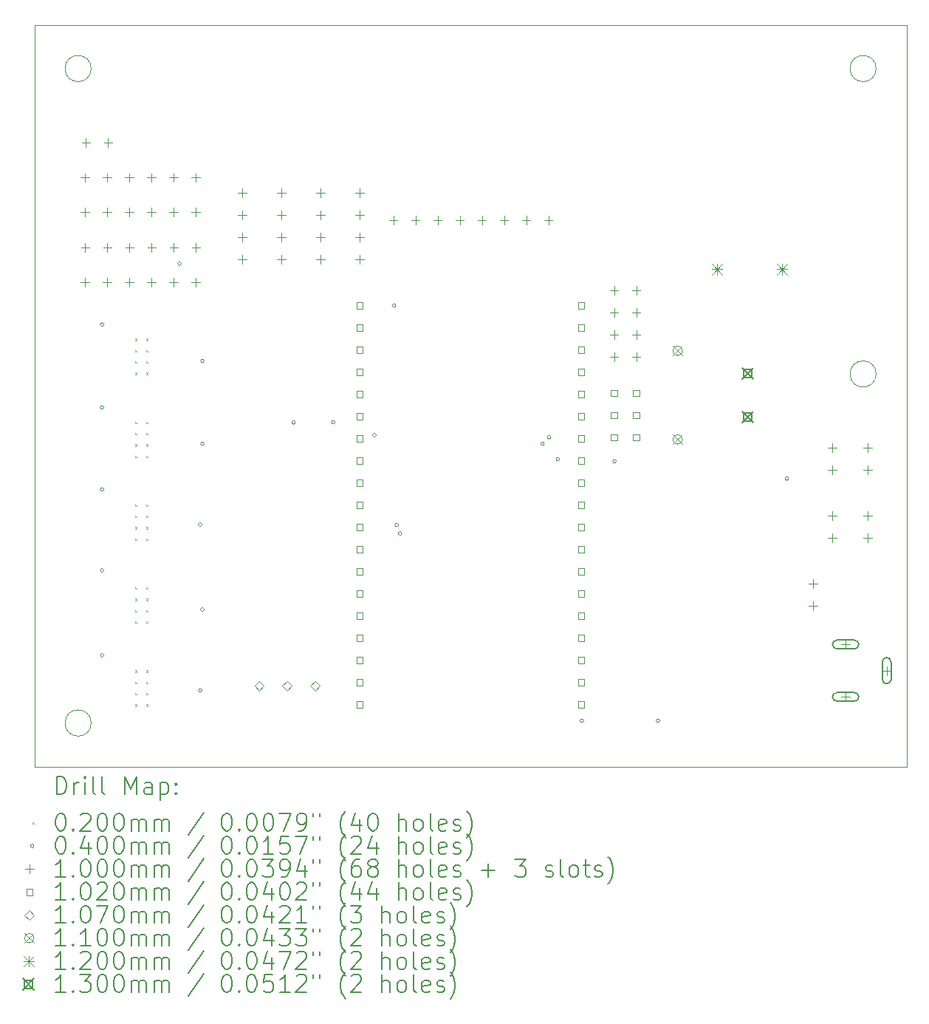
<source format=gbr>
%TF.GenerationSoftware,KiCad,Pcbnew,(6.0.9)*%
%TF.CreationDate,2023-04-06T06:39:00+10:00*%
%TF.ProjectId,Bulma,42756c6d-612e-46b6-9963-61645f706362,rev?*%
%TF.SameCoordinates,Original*%
%TF.FileFunction,Drillmap*%
%TF.FilePolarity,Positive*%
%FSLAX45Y45*%
G04 Gerber Fmt 4.5, Leading zero omitted, Abs format (unit mm)*
G04 Created by KiCad (PCBNEW (6.0.9)) date 2023-04-06 06:39:00*
%MOMM*%
%LPD*%
G01*
G04 APERTURE LIST*
%ADD10C,0.100000*%
%ADD11C,0.200000*%
%ADD12C,0.020000*%
%ADD13C,0.040000*%
%ADD14C,0.102000*%
%ADD15C,0.107000*%
%ADD16C,0.110000*%
%ADD17C,0.120000*%
%ADD18C,0.130000*%
G04 APERTURE END LIST*
D10*
X11150000Y-14000000D02*
G75*
G03*
X11150000Y-14000000I-150000J0D01*
G01*
X11150000Y-6500000D02*
G75*
G03*
X11150000Y-6500000I-150000J0D01*
G01*
X10500000Y-14500000D02*
X20500000Y-14500000D01*
X20500000Y-14500000D02*
X20500000Y-6000000D01*
X20500000Y-6000000D02*
X10500000Y-6000000D01*
X10500000Y-6000000D02*
X10500000Y-14500000D01*
X20150000Y-6500000D02*
G75*
G03*
X20150000Y-6500000I-150000J0D01*
G01*
X20150000Y-10000000D02*
G75*
G03*
X20150000Y-10000000I-150000J0D01*
G01*
D11*
D12*
X11650000Y-9595000D02*
X11670000Y-9615000D01*
X11670000Y-9595000D02*
X11650000Y-9615000D01*
X11650000Y-9725000D02*
X11670000Y-9745000D01*
X11670000Y-9725000D02*
X11650000Y-9745000D01*
X11650000Y-9855000D02*
X11670000Y-9875000D01*
X11670000Y-9855000D02*
X11650000Y-9875000D01*
X11650000Y-9985000D02*
X11670000Y-10005000D01*
X11670000Y-9985000D02*
X11650000Y-10005000D01*
X11650000Y-10545000D02*
X11670000Y-10565000D01*
X11670000Y-10545000D02*
X11650000Y-10565000D01*
X11650000Y-10675000D02*
X11670000Y-10695000D01*
X11670000Y-10675000D02*
X11650000Y-10695000D01*
X11650000Y-10805000D02*
X11670000Y-10825000D01*
X11670000Y-10805000D02*
X11650000Y-10825000D01*
X11650000Y-10935000D02*
X11670000Y-10955000D01*
X11670000Y-10935000D02*
X11650000Y-10955000D01*
X11650000Y-11495000D02*
X11670000Y-11515000D01*
X11670000Y-11495000D02*
X11650000Y-11515000D01*
X11650000Y-11625000D02*
X11670000Y-11645000D01*
X11670000Y-11625000D02*
X11650000Y-11645000D01*
X11650000Y-11755000D02*
X11670000Y-11775000D01*
X11670000Y-11755000D02*
X11650000Y-11775000D01*
X11650000Y-11885000D02*
X11670000Y-11905000D01*
X11670000Y-11885000D02*
X11650000Y-11905000D01*
X11650000Y-12445000D02*
X11670000Y-12465000D01*
X11670000Y-12445000D02*
X11650000Y-12465000D01*
X11650000Y-12575000D02*
X11670000Y-12595000D01*
X11670000Y-12575000D02*
X11650000Y-12595000D01*
X11650000Y-12705000D02*
X11670000Y-12725000D01*
X11670000Y-12705000D02*
X11650000Y-12725000D01*
X11650000Y-12835000D02*
X11670000Y-12855000D01*
X11670000Y-12835000D02*
X11650000Y-12855000D01*
X11650000Y-13395000D02*
X11670000Y-13415000D01*
X11670000Y-13395000D02*
X11650000Y-13415000D01*
X11650000Y-13525000D02*
X11670000Y-13545000D01*
X11670000Y-13525000D02*
X11650000Y-13545000D01*
X11650000Y-13655000D02*
X11670000Y-13675000D01*
X11670000Y-13655000D02*
X11650000Y-13675000D01*
X11650000Y-13785000D02*
X11670000Y-13805000D01*
X11670000Y-13785000D02*
X11650000Y-13805000D01*
X11780000Y-9595000D02*
X11800000Y-9615000D01*
X11800000Y-9595000D02*
X11780000Y-9615000D01*
X11780000Y-9725000D02*
X11800000Y-9745000D01*
X11800000Y-9725000D02*
X11780000Y-9745000D01*
X11780000Y-9855000D02*
X11800000Y-9875000D01*
X11800000Y-9855000D02*
X11780000Y-9875000D01*
X11780000Y-9985000D02*
X11800000Y-10005000D01*
X11800000Y-9985000D02*
X11780000Y-10005000D01*
X11780000Y-10545000D02*
X11800000Y-10565000D01*
X11800000Y-10545000D02*
X11780000Y-10565000D01*
X11780000Y-10675000D02*
X11800000Y-10695000D01*
X11800000Y-10675000D02*
X11780000Y-10695000D01*
X11780000Y-10805000D02*
X11800000Y-10825000D01*
X11800000Y-10805000D02*
X11780000Y-10825000D01*
X11780000Y-10935000D02*
X11800000Y-10955000D01*
X11800000Y-10935000D02*
X11780000Y-10955000D01*
X11780000Y-11495000D02*
X11800000Y-11515000D01*
X11800000Y-11495000D02*
X11780000Y-11515000D01*
X11780000Y-11625000D02*
X11800000Y-11645000D01*
X11800000Y-11625000D02*
X11780000Y-11645000D01*
X11780000Y-11755000D02*
X11800000Y-11775000D01*
X11800000Y-11755000D02*
X11780000Y-11775000D01*
X11780000Y-11885000D02*
X11800000Y-11905000D01*
X11800000Y-11885000D02*
X11780000Y-11905000D01*
X11780000Y-12445000D02*
X11800000Y-12465000D01*
X11800000Y-12445000D02*
X11780000Y-12465000D01*
X11780000Y-12575000D02*
X11800000Y-12595000D01*
X11800000Y-12575000D02*
X11780000Y-12595000D01*
X11780000Y-12705000D02*
X11800000Y-12725000D01*
X11800000Y-12705000D02*
X11780000Y-12725000D01*
X11780000Y-12835000D02*
X11800000Y-12855000D01*
X11800000Y-12835000D02*
X11780000Y-12855000D01*
X11780000Y-13395000D02*
X11800000Y-13415000D01*
X11800000Y-13395000D02*
X11780000Y-13415000D01*
X11780000Y-13525000D02*
X11800000Y-13545000D01*
X11800000Y-13525000D02*
X11780000Y-13545000D01*
X11780000Y-13655000D02*
X11800000Y-13675000D01*
X11800000Y-13655000D02*
X11780000Y-13675000D01*
X11780000Y-13785000D02*
X11800000Y-13805000D01*
X11800000Y-13785000D02*
X11780000Y-13805000D01*
D13*
X11295000Y-9433125D02*
G75*
G03*
X11295000Y-9433125I-20000J0D01*
G01*
X11295000Y-10383125D02*
G75*
G03*
X11295000Y-10383125I-20000J0D01*
G01*
X11295000Y-11325000D02*
G75*
G03*
X11295000Y-11325000I-20000J0D01*
G01*
X11295000Y-12250000D02*
G75*
G03*
X11295000Y-12250000I-20000J0D01*
G01*
X11295000Y-13225000D02*
G75*
G03*
X11295000Y-13225000I-20000J0D01*
G01*
X12183730Y-8736270D02*
G75*
G03*
X12183730Y-8736270I-20000J0D01*
G01*
X12420000Y-11725000D02*
G75*
G03*
X12420000Y-11725000I-20000J0D01*
G01*
X12420000Y-13625000D02*
G75*
G03*
X12420000Y-13625000I-20000J0D01*
G01*
X12443770Y-12698770D02*
G75*
G03*
X12443770Y-12698770I-20000J0D01*
G01*
X12445000Y-9850000D02*
G75*
G03*
X12445000Y-9850000I-20000J0D01*
G01*
X12445000Y-10800000D02*
G75*
G03*
X12445000Y-10800000I-20000J0D01*
G01*
X13490000Y-10555000D02*
G75*
G03*
X13490000Y-10555000I-20000J0D01*
G01*
X13945000Y-10555000D02*
G75*
G03*
X13945000Y-10555000I-20000J0D01*
G01*
X14417770Y-10702450D02*
G75*
G03*
X14417770Y-10702450I-20000J0D01*
G01*
X14642450Y-9215000D02*
G75*
G03*
X14642450Y-9215000I-20000J0D01*
G01*
X14672550Y-11729724D02*
G75*
G03*
X14672550Y-11729724I-20000J0D01*
G01*
X14711250Y-11827550D02*
G75*
G03*
X14711250Y-11827550I-20000J0D01*
G01*
X16345000Y-10800000D02*
G75*
G03*
X16345000Y-10800000I-20000J0D01*
G01*
X16420000Y-10725000D02*
G75*
G03*
X16420000Y-10725000I-20000J0D01*
G01*
X16520000Y-10975000D02*
G75*
G03*
X16520000Y-10975000I-20000J0D01*
G01*
X16795000Y-13975000D02*
G75*
G03*
X16795000Y-13975000I-20000J0D01*
G01*
X17170000Y-11000000D02*
G75*
G03*
X17170000Y-11000000I-20000J0D01*
G01*
X17670000Y-13975000D02*
G75*
G03*
X17670000Y-13975000I-20000J0D01*
G01*
X19145000Y-11200000D02*
G75*
G03*
X19145000Y-11200000I-20000J0D01*
G01*
D10*
X11080000Y-7700000D02*
X11080000Y-7800000D01*
X11030000Y-7750000D02*
X11130000Y-7750000D01*
X11080000Y-8097500D02*
X11080000Y-8197500D01*
X11030000Y-8147500D02*
X11130000Y-8147500D01*
X11080000Y-8900000D02*
X11080000Y-9000000D01*
X11030000Y-8950000D02*
X11130000Y-8950000D01*
X11082500Y-8497500D02*
X11082500Y-8597500D01*
X11032500Y-8547500D02*
X11132500Y-8547500D01*
X11091000Y-7297500D02*
X11091000Y-7397500D01*
X11041000Y-7347500D02*
X11141000Y-7347500D01*
X11334000Y-7700000D02*
X11334000Y-7800000D01*
X11284000Y-7750000D02*
X11384000Y-7750000D01*
X11334000Y-8097500D02*
X11334000Y-8197500D01*
X11284000Y-8147500D02*
X11384000Y-8147500D01*
X11334000Y-8900000D02*
X11334000Y-9000000D01*
X11284000Y-8950000D02*
X11384000Y-8950000D01*
X11336500Y-8497500D02*
X11336500Y-8597500D01*
X11286500Y-8547500D02*
X11386500Y-8547500D01*
X11345000Y-7297500D02*
X11345000Y-7397500D01*
X11295000Y-7347500D02*
X11395000Y-7347500D01*
X11588000Y-7700000D02*
X11588000Y-7800000D01*
X11538000Y-7750000D02*
X11638000Y-7750000D01*
X11588000Y-8097500D02*
X11588000Y-8197500D01*
X11538000Y-8147500D02*
X11638000Y-8147500D01*
X11588000Y-8900000D02*
X11588000Y-9000000D01*
X11538000Y-8950000D02*
X11638000Y-8950000D01*
X11590500Y-8497500D02*
X11590500Y-8597500D01*
X11540500Y-8547500D02*
X11640500Y-8547500D01*
X11842000Y-7700000D02*
X11842000Y-7800000D01*
X11792000Y-7750000D02*
X11892000Y-7750000D01*
X11842000Y-8097500D02*
X11842000Y-8197500D01*
X11792000Y-8147500D02*
X11892000Y-8147500D01*
X11842000Y-8900000D02*
X11842000Y-9000000D01*
X11792000Y-8950000D02*
X11892000Y-8950000D01*
X11844500Y-8497500D02*
X11844500Y-8597500D01*
X11794500Y-8547500D02*
X11894500Y-8547500D01*
X12096000Y-7700000D02*
X12096000Y-7800000D01*
X12046000Y-7750000D02*
X12146000Y-7750000D01*
X12096000Y-8097500D02*
X12096000Y-8197500D01*
X12046000Y-8147500D02*
X12146000Y-8147500D01*
X12096000Y-8900000D02*
X12096000Y-9000000D01*
X12046000Y-8950000D02*
X12146000Y-8950000D01*
X12098500Y-8497500D02*
X12098500Y-8597500D01*
X12048500Y-8547500D02*
X12148500Y-8547500D01*
X12350000Y-7700000D02*
X12350000Y-7800000D01*
X12300000Y-7750000D02*
X12400000Y-7750000D01*
X12350000Y-8097500D02*
X12350000Y-8197500D01*
X12300000Y-8147500D02*
X12400000Y-8147500D01*
X12350000Y-8900000D02*
X12350000Y-9000000D01*
X12300000Y-8950000D02*
X12400000Y-8950000D01*
X12352500Y-8497500D02*
X12352500Y-8597500D01*
X12302500Y-8547500D02*
X12402500Y-8547500D01*
X12879500Y-7873250D02*
X12879500Y-7973250D01*
X12829500Y-7923250D02*
X12929500Y-7923250D01*
X12879500Y-8127250D02*
X12879500Y-8227250D01*
X12829500Y-8177250D02*
X12929500Y-8177250D01*
X12879500Y-8381250D02*
X12879500Y-8481250D01*
X12829500Y-8431250D02*
X12929500Y-8431250D01*
X12879500Y-8635250D02*
X12879500Y-8735250D01*
X12829500Y-8685250D02*
X12929500Y-8685250D01*
X13329500Y-7873250D02*
X13329500Y-7973250D01*
X13279500Y-7923250D02*
X13379500Y-7923250D01*
X13329500Y-8127250D02*
X13329500Y-8227250D01*
X13279500Y-8177250D02*
X13379500Y-8177250D01*
X13329500Y-8381250D02*
X13329500Y-8481250D01*
X13279500Y-8431250D02*
X13379500Y-8431250D01*
X13329500Y-8635250D02*
X13329500Y-8735250D01*
X13279500Y-8685250D02*
X13379500Y-8685250D01*
X13779500Y-7873250D02*
X13779500Y-7973250D01*
X13729500Y-7923250D02*
X13829500Y-7923250D01*
X13779500Y-8127250D02*
X13779500Y-8227250D01*
X13729500Y-8177250D02*
X13829500Y-8177250D01*
X13779500Y-8381250D02*
X13779500Y-8481250D01*
X13729500Y-8431250D02*
X13829500Y-8431250D01*
X13779500Y-8635250D02*
X13779500Y-8735250D01*
X13729500Y-8685250D02*
X13829500Y-8685250D01*
X14229500Y-7873250D02*
X14229500Y-7973250D01*
X14179500Y-7923250D02*
X14279500Y-7923250D01*
X14229500Y-8127250D02*
X14229500Y-8227250D01*
X14179500Y-8177250D02*
X14279500Y-8177250D01*
X14229500Y-8381250D02*
X14229500Y-8481250D01*
X14179500Y-8431250D02*
X14279500Y-8431250D01*
X14229500Y-8635250D02*
X14229500Y-8735250D01*
X14179500Y-8685250D02*
X14279500Y-8685250D01*
X14613650Y-8187900D02*
X14613650Y-8287900D01*
X14563650Y-8237900D02*
X14663650Y-8237900D01*
X14867650Y-8187900D02*
X14867650Y-8287900D01*
X14817650Y-8237900D02*
X14917650Y-8237900D01*
X15121650Y-8187900D02*
X15121650Y-8287900D01*
X15071650Y-8237900D02*
X15171650Y-8237900D01*
X15375650Y-8187900D02*
X15375650Y-8287900D01*
X15325650Y-8237900D02*
X15425650Y-8237900D01*
X15629650Y-8187900D02*
X15629650Y-8287900D01*
X15579650Y-8237900D02*
X15679650Y-8237900D01*
X15883650Y-8187900D02*
X15883650Y-8287900D01*
X15833650Y-8237900D02*
X15933650Y-8237900D01*
X16137650Y-8187900D02*
X16137650Y-8287900D01*
X16087650Y-8237900D02*
X16187650Y-8237900D01*
X16391650Y-8187900D02*
X16391650Y-8287900D01*
X16341650Y-8237900D02*
X16441650Y-8237900D01*
X17145500Y-8991000D02*
X17145500Y-9091000D01*
X17095500Y-9041000D02*
X17195500Y-9041000D01*
X17145500Y-9245000D02*
X17145500Y-9345000D01*
X17095500Y-9295000D02*
X17195500Y-9295000D01*
X17145500Y-9499000D02*
X17145500Y-9599000D01*
X17095500Y-9549000D02*
X17195500Y-9549000D01*
X17145500Y-9753000D02*
X17145500Y-9853000D01*
X17095500Y-9803000D02*
X17195500Y-9803000D01*
X17399500Y-8991000D02*
X17399500Y-9091000D01*
X17349500Y-9041000D02*
X17449500Y-9041000D01*
X17399500Y-9245000D02*
X17399500Y-9345000D01*
X17349500Y-9295000D02*
X17449500Y-9295000D01*
X17399500Y-9499000D02*
X17399500Y-9599000D01*
X17349500Y-9549000D02*
X17449500Y-9549000D01*
X17399500Y-9753000D02*
X17399500Y-9853000D01*
X17349500Y-9803000D02*
X17449500Y-9803000D01*
X19425000Y-12350000D02*
X19425000Y-12450000D01*
X19375000Y-12400000D02*
X19475000Y-12400000D01*
X19425000Y-12604000D02*
X19425000Y-12704000D01*
X19375000Y-12654000D02*
X19475000Y-12654000D01*
X19650000Y-10795000D02*
X19650000Y-10895000D01*
X19600000Y-10845000D02*
X19700000Y-10845000D01*
X19650000Y-11049000D02*
X19650000Y-11149000D01*
X19600000Y-11099000D02*
X19700000Y-11099000D01*
X19650000Y-11575000D02*
X19650000Y-11675000D01*
X19600000Y-11625000D02*
X19700000Y-11625000D01*
X19650000Y-11829000D02*
X19650000Y-11929000D01*
X19600000Y-11879000D02*
X19700000Y-11879000D01*
X19800000Y-13050000D02*
X19800000Y-13150000D01*
X19750000Y-13100000D02*
X19850000Y-13100000D01*
D11*
X19700000Y-13150000D02*
X19900000Y-13150000D01*
X19700000Y-13050000D02*
X19900000Y-13050000D01*
X19900000Y-13150000D02*
G75*
G03*
X19900000Y-13050000I0J50000D01*
G01*
X19700000Y-13050000D02*
G75*
G03*
X19700000Y-13150000I0J-50000D01*
G01*
D10*
X19800000Y-13650000D02*
X19800000Y-13750000D01*
X19750000Y-13700000D02*
X19850000Y-13700000D01*
D11*
X19700000Y-13750000D02*
X19900000Y-13750000D01*
X19700000Y-13650000D02*
X19900000Y-13650000D01*
X19900000Y-13750000D02*
G75*
G03*
X19900000Y-13650000I0J50000D01*
G01*
X19700000Y-13650000D02*
G75*
G03*
X19700000Y-13750000I0J-50000D01*
G01*
D10*
X20050000Y-10795000D02*
X20050000Y-10895000D01*
X20000000Y-10845000D02*
X20100000Y-10845000D01*
X20050000Y-11049000D02*
X20050000Y-11149000D01*
X20000000Y-11099000D02*
X20100000Y-11099000D01*
X20050000Y-11572500D02*
X20050000Y-11672500D01*
X20000000Y-11622500D02*
X20100000Y-11622500D01*
X20050000Y-11826500D02*
X20050000Y-11926500D01*
X20000000Y-11876500D02*
X20100000Y-11876500D01*
X20270000Y-13350000D02*
X20270000Y-13450000D01*
X20220000Y-13400000D02*
X20320000Y-13400000D01*
D11*
X20320000Y-13500000D02*
X20320000Y-13300000D01*
X20220000Y-13500000D02*
X20220000Y-13300000D01*
X20320000Y-13300000D02*
G75*
G03*
X20220000Y-13300000I-50000J0D01*
G01*
X20220000Y-13500000D02*
G75*
G03*
X20320000Y-13500000I50000J0D01*
G01*
D14*
X14266063Y-9251063D02*
X14266063Y-9178937D01*
X14193937Y-9178937D01*
X14193937Y-9251063D01*
X14266063Y-9251063D01*
X14266063Y-9505063D02*
X14266063Y-9432937D01*
X14193937Y-9432937D01*
X14193937Y-9505063D01*
X14266063Y-9505063D01*
X14266063Y-9759063D02*
X14266063Y-9686937D01*
X14193937Y-9686937D01*
X14193937Y-9759063D01*
X14266063Y-9759063D01*
X14266063Y-10013063D02*
X14266063Y-9940937D01*
X14193937Y-9940937D01*
X14193937Y-10013063D01*
X14266063Y-10013063D01*
X14266063Y-10267063D02*
X14266063Y-10194937D01*
X14193937Y-10194937D01*
X14193937Y-10267063D01*
X14266063Y-10267063D01*
X14266063Y-10521063D02*
X14266063Y-10448937D01*
X14193937Y-10448937D01*
X14193937Y-10521063D01*
X14266063Y-10521063D01*
X14266063Y-10775063D02*
X14266063Y-10702937D01*
X14193937Y-10702937D01*
X14193937Y-10775063D01*
X14266063Y-10775063D01*
X14266063Y-11029063D02*
X14266063Y-10956937D01*
X14193937Y-10956937D01*
X14193937Y-11029063D01*
X14266063Y-11029063D01*
X14266063Y-11283063D02*
X14266063Y-11210937D01*
X14193937Y-11210937D01*
X14193937Y-11283063D01*
X14266063Y-11283063D01*
X14266063Y-11537063D02*
X14266063Y-11464937D01*
X14193937Y-11464937D01*
X14193937Y-11537063D01*
X14266063Y-11537063D01*
X14266063Y-11791063D02*
X14266063Y-11718937D01*
X14193937Y-11718937D01*
X14193937Y-11791063D01*
X14266063Y-11791063D01*
X14266063Y-12045063D02*
X14266063Y-11972937D01*
X14193937Y-11972937D01*
X14193937Y-12045063D01*
X14266063Y-12045063D01*
X14266063Y-12299063D02*
X14266063Y-12226937D01*
X14193937Y-12226937D01*
X14193937Y-12299063D01*
X14266063Y-12299063D01*
X14266063Y-12553063D02*
X14266063Y-12480937D01*
X14193937Y-12480937D01*
X14193937Y-12553063D01*
X14266063Y-12553063D01*
X14266063Y-12807063D02*
X14266063Y-12734937D01*
X14193937Y-12734937D01*
X14193937Y-12807063D01*
X14266063Y-12807063D01*
X14266063Y-13061063D02*
X14266063Y-12988937D01*
X14193937Y-12988937D01*
X14193937Y-13061063D01*
X14266063Y-13061063D01*
X14266063Y-13315063D02*
X14266063Y-13242937D01*
X14193937Y-13242937D01*
X14193937Y-13315063D01*
X14266063Y-13315063D01*
X14266063Y-13569063D02*
X14266063Y-13496937D01*
X14193937Y-13496937D01*
X14193937Y-13569063D01*
X14266063Y-13569063D01*
X14266063Y-13823063D02*
X14266063Y-13750937D01*
X14193937Y-13750937D01*
X14193937Y-13823063D01*
X14266063Y-13823063D01*
X16806063Y-9251063D02*
X16806063Y-9178937D01*
X16733937Y-9178937D01*
X16733937Y-9251063D01*
X16806063Y-9251063D01*
X16806063Y-9505063D02*
X16806063Y-9432937D01*
X16733937Y-9432937D01*
X16733937Y-9505063D01*
X16806063Y-9505063D01*
X16806063Y-9759063D02*
X16806063Y-9686937D01*
X16733937Y-9686937D01*
X16733937Y-9759063D01*
X16806063Y-9759063D01*
X16806063Y-10013063D02*
X16806063Y-9940937D01*
X16733937Y-9940937D01*
X16733937Y-10013063D01*
X16806063Y-10013063D01*
X16806063Y-10267063D02*
X16806063Y-10194937D01*
X16733937Y-10194937D01*
X16733937Y-10267063D01*
X16806063Y-10267063D01*
X16806063Y-10521063D02*
X16806063Y-10448937D01*
X16733937Y-10448937D01*
X16733937Y-10521063D01*
X16806063Y-10521063D01*
X16806063Y-10775063D02*
X16806063Y-10702937D01*
X16733937Y-10702937D01*
X16733937Y-10775063D01*
X16806063Y-10775063D01*
X16806063Y-11029063D02*
X16806063Y-10956937D01*
X16733937Y-10956937D01*
X16733937Y-11029063D01*
X16806063Y-11029063D01*
X16806063Y-11283063D02*
X16806063Y-11210937D01*
X16733937Y-11210937D01*
X16733937Y-11283063D01*
X16806063Y-11283063D01*
X16806063Y-11537063D02*
X16806063Y-11464937D01*
X16733937Y-11464937D01*
X16733937Y-11537063D01*
X16806063Y-11537063D01*
X16806063Y-11791063D02*
X16806063Y-11718937D01*
X16733937Y-11718937D01*
X16733937Y-11791063D01*
X16806063Y-11791063D01*
X16806063Y-12045063D02*
X16806063Y-11972937D01*
X16733937Y-11972937D01*
X16733937Y-12045063D01*
X16806063Y-12045063D01*
X16806063Y-12299063D02*
X16806063Y-12226937D01*
X16733937Y-12226937D01*
X16733937Y-12299063D01*
X16806063Y-12299063D01*
X16806063Y-12553063D02*
X16806063Y-12480937D01*
X16733937Y-12480937D01*
X16733937Y-12553063D01*
X16806063Y-12553063D01*
X16806063Y-12807063D02*
X16806063Y-12734937D01*
X16733937Y-12734937D01*
X16733937Y-12807063D01*
X16806063Y-12807063D01*
X16806063Y-13061063D02*
X16806063Y-12988937D01*
X16733937Y-12988937D01*
X16733937Y-13061063D01*
X16806063Y-13061063D01*
X16806063Y-13315063D02*
X16806063Y-13242937D01*
X16733937Y-13242937D01*
X16733937Y-13315063D01*
X16806063Y-13315063D01*
X16806063Y-13569063D02*
X16806063Y-13496937D01*
X16733937Y-13496937D01*
X16733937Y-13569063D01*
X16806063Y-13569063D01*
X16806063Y-13823063D02*
X16806063Y-13750937D01*
X16733937Y-13750937D01*
X16733937Y-13823063D01*
X16806063Y-13823063D01*
X17182063Y-10253063D02*
X17182063Y-10180937D01*
X17109937Y-10180937D01*
X17109937Y-10253063D01*
X17182063Y-10253063D01*
X17182063Y-10507063D02*
X17182063Y-10434937D01*
X17109937Y-10434937D01*
X17109937Y-10507063D01*
X17182063Y-10507063D01*
X17182063Y-10761063D02*
X17182063Y-10688937D01*
X17109937Y-10688937D01*
X17109937Y-10761063D01*
X17182063Y-10761063D01*
X17436063Y-10253063D02*
X17436063Y-10180937D01*
X17363937Y-10180937D01*
X17363937Y-10253063D01*
X17436063Y-10253063D01*
X17436063Y-10507063D02*
X17436063Y-10434937D01*
X17363937Y-10434937D01*
X17363937Y-10507063D01*
X17436063Y-10507063D01*
X17436063Y-10761063D02*
X17436063Y-10688937D01*
X17363937Y-10688937D01*
X17363937Y-10761063D01*
X17436063Y-10761063D01*
D15*
X13075844Y-13628440D02*
X13129344Y-13574940D01*
X13075844Y-13521440D01*
X13022344Y-13574940D01*
X13075844Y-13628440D01*
X13395844Y-13628440D02*
X13449344Y-13574940D01*
X13395844Y-13521440D01*
X13342344Y-13574940D01*
X13395844Y-13628440D01*
X13715844Y-13628440D02*
X13769344Y-13574940D01*
X13715844Y-13521440D01*
X13662344Y-13574940D01*
X13715844Y-13628440D01*
D16*
X17820000Y-9679000D02*
X17930000Y-9789000D01*
X17930000Y-9679000D02*
X17820000Y-9789000D01*
X17930000Y-9734000D02*
G75*
G03*
X17930000Y-9734000I-55000J0D01*
G01*
X17820000Y-10695000D02*
X17930000Y-10805000D01*
X17930000Y-10695000D02*
X17820000Y-10805000D01*
X17930000Y-10750000D02*
G75*
G03*
X17930000Y-10750000I-55000J0D01*
G01*
D17*
X18263725Y-8740000D02*
X18383725Y-8860000D01*
X18383725Y-8740000D02*
X18263725Y-8860000D01*
X18323725Y-8740000D02*
X18323725Y-8860000D01*
X18263725Y-8800000D02*
X18383725Y-8800000D01*
X19013725Y-8740000D02*
X19133725Y-8860000D01*
X19133725Y-8740000D02*
X19013725Y-8860000D01*
X19073725Y-8740000D02*
X19073725Y-8860000D01*
X19013725Y-8800000D02*
X19133725Y-8800000D01*
D18*
X18610000Y-9927000D02*
X18740000Y-10057000D01*
X18740000Y-9927000D02*
X18610000Y-10057000D01*
X18720962Y-10037962D02*
X18720962Y-9946038D01*
X18629038Y-9946038D01*
X18629038Y-10037962D01*
X18720962Y-10037962D01*
X18610000Y-10427000D02*
X18740000Y-10557000D01*
X18740000Y-10427000D02*
X18610000Y-10557000D01*
X18720962Y-10537962D02*
X18720962Y-10446038D01*
X18629038Y-10446038D01*
X18629038Y-10537962D01*
X18720962Y-10537962D01*
D11*
X10752619Y-14815476D02*
X10752619Y-14615476D01*
X10800238Y-14615476D01*
X10828810Y-14625000D01*
X10847857Y-14644048D01*
X10857381Y-14663095D01*
X10866905Y-14701190D01*
X10866905Y-14729762D01*
X10857381Y-14767857D01*
X10847857Y-14786905D01*
X10828810Y-14805952D01*
X10800238Y-14815476D01*
X10752619Y-14815476D01*
X10952619Y-14815476D02*
X10952619Y-14682143D01*
X10952619Y-14720238D02*
X10962143Y-14701190D01*
X10971667Y-14691667D01*
X10990714Y-14682143D01*
X11009762Y-14682143D01*
X11076429Y-14815476D02*
X11076429Y-14682143D01*
X11076429Y-14615476D02*
X11066905Y-14625000D01*
X11076429Y-14634524D01*
X11085952Y-14625000D01*
X11076429Y-14615476D01*
X11076429Y-14634524D01*
X11200238Y-14815476D02*
X11181190Y-14805952D01*
X11171667Y-14786905D01*
X11171667Y-14615476D01*
X11305000Y-14815476D02*
X11285952Y-14805952D01*
X11276428Y-14786905D01*
X11276428Y-14615476D01*
X11533571Y-14815476D02*
X11533571Y-14615476D01*
X11600238Y-14758333D01*
X11666905Y-14615476D01*
X11666905Y-14815476D01*
X11847857Y-14815476D02*
X11847857Y-14710714D01*
X11838333Y-14691667D01*
X11819286Y-14682143D01*
X11781190Y-14682143D01*
X11762143Y-14691667D01*
X11847857Y-14805952D02*
X11828809Y-14815476D01*
X11781190Y-14815476D01*
X11762143Y-14805952D01*
X11752619Y-14786905D01*
X11752619Y-14767857D01*
X11762143Y-14748809D01*
X11781190Y-14739286D01*
X11828809Y-14739286D01*
X11847857Y-14729762D01*
X11943095Y-14682143D02*
X11943095Y-14882143D01*
X11943095Y-14691667D02*
X11962143Y-14682143D01*
X12000238Y-14682143D01*
X12019286Y-14691667D01*
X12028809Y-14701190D01*
X12038333Y-14720238D01*
X12038333Y-14777381D01*
X12028809Y-14796428D01*
X12019286Y-14805952D01*
X12000238Y-14815476D01*
X11962143Y-14815476D01*
X11943095Y-14805952D01*
X12124048Y-14796428D02*
X12133571Y-14805952D01*
X12124048Y-14815476D01*
X12114524Y-14805952D01*
X12124048Y-14796428D01*
X12124048Y-14815476D01*
X12124048Y-14691667D02*
X12133571Y-14701190D01*
X12124048Y-14710714D01*
X12114524Y-14701190D01*
X12124048Y-14691667D01*
X12124048Y-14710714D01*
D12*
X10475000Y-15135000D02*
X10495000Y-15155000D01*
X10495000Y-15135000D02*
X10475000Y-15155000D01*
D11*
X10790714Y-15035476D02*
X10809762Y-15035476D01*
X10828810Y-15045000D01*
X10838333Y-15054524D01*
X10847857Y-15073571D01*
X10857381Y-15111667D01*
X10857381Y-15159286D01*
X10847857Y-15197381D01*
X10838333Y-15216428D01*
X10828810Y-15225952D01*
X10809762Y-15235476D01*
X10790714Y-15235476D01*
X10771667Y-15225952D01*
X10762143Y-15216428D01*
X10752619Y-15197381D01*
X10743095Y-15159286D01*
X10743095Y-15111667D01*
X10752619Y-15073571D01*
X10762143Y-15054524D01*
X10771667Y-15045000D01*
X10790714Y-15035476D01*
X10943095Y-15216428D02*
X10952619Y-15225952D01*
X10943095Y-15235476D01*
X10933571Y-15225952D01*
X10943095Y-15216428D01*
X10943095Y-15235476D01*
X11028810Y-15054524D02*
X11038333Y-15045000D01*
X11057381Y-15035476D01*
X11105000Y-15035476D01*
X11124048Y-15045000D01*
X11133571Y-15054524D01*
X11143095Y-15073571D01*
X11143095Y-15092619D01*
X11133571Y-15121190D01*
X11019286Y-15235476D01*
X11143095Y-15235476D01*
X11266905Y-15035476D02*
X11285952Y-15035476D01*
X11305000Y-15045000D01*
X11314524Y-15054524D01*
X11324048Y-15073571D01*
X11333571Y-15111667D01*
X11333571Y-15159286D01*
X11324048Y-15197381D01*
X11314524Y-15216428D01*
X11305000Y-15225952D01*
X11285952Y-15235476D01*
X11266905Y-15235476D01*
X11247857Y-15225952D01*
X11238333Y-15216428D01*
X11228809Y-15197381D01*
X11219286Y-15159286D01*
X11219286Y-15111667D01*
X11228809Y-15073571D01*
X11238333Y-15054524D01*
X11247857Y-15045000D01*
X11266905Y-15035476D01*
X11457381Y-15035476D02*
X11476428Y-15035476D01*
X11495476Y-15045000D01*
X11505000Y-15054524D01*
X11514524Y-15073571D01*
X11524048Y-15111667D01*
X11524048Y-15159286D01*
X11514524Y-15197381D01*
X11505000Y-15216428D01*
X11495476Y-15225952D01*
X11476428Y-15235476D01*
X11457381Y-15235476D01*
X11438333Y-15225952D01*
X11428809Y-15216428D01*
X11419286Y-15197381D01*
X11409762Y-15159286D01*
X11409762Y-15111667D01*
X11419286Y-15073571D01*
X11428809Y-15054524D01*
X11438333Y-15045000D01*
X11457381Y-15035476D01*
X11609762Y-15235476D02*
X11609762Y-15102143D01*
X11609762Y-15121190D02*
X11619286Y-15111667D01*
X11638333Y-15102143D01*
X11666905Y-15102143D01*
X11685952Y-15111667D01*
X11695476Y-15130714D01*
X11695476Y-15235476D01*
X11695476Y-15130714D02*
X11705000Y-15111667D01*
X11724048Y-15102143D01*
X11752619Y-15102143D01*
X11771667Y-15111667D01*
X11781190Y-15130714D01*
X11781190Y-15235476D01*
X11876428Y-15235476D02*
X11876428Y-15102143D01*
X11876428Y-15121190D02*
X11885952Y-15111667D01*
X11905000Y-15102143D01*
X11933571Y-15102143D01*
X11952619Y-15111667D01*
X11962143Y-15130714D01*
X11962143Y-15235476D01*
X11962143Y-15130714D02*
X11971667Y-15111667D01*
X11990714Y-15102143D01*
X12019286Y-15102143D01*
X12038333Y-15111667D01*
X12047857Y-15130714D01*
X12047857Y-15235476D01*
X12438333Y-15025952D02*
X12266905Y-15283095D01*
X12695476Y-15035476D02*
X12714524Y-15035476D01*
X12733571Y-15045000D01*
X12743095Y-15054524D01*
X12752619Y-15073571D01*
X12762143Y-15111667D01*
X12762143Y-15159286D01*
X12752619Y-15197381D01*
X12743095Y-15216428D01*
X12733571Y-15225952D01*
X12714524Y-15235476D01*
X12695476Y-15235476D01*
X12676428Y-15225952D01*
X12666905Y-15216428D01*
X12657381Y-15197381D01*
X12647857Y-15159286D01*
X12647857Y-15111667D01*
X12657381Y-15073571D01*
X12666905Y-15054524D01*
X12676428Y-15045000D01*
X12695476Y-15035476D01*
X12847857Y-15216428D02*
X12857381Y-15225952D01*
X12847857Y-15235476D01*
X12838333Y-15225952D01*
X12847857Y-15216428D01*
X12847857Y-15235476D01*
X12981190Y-15035476D02*
X13000238Y-15035476D01*
X13019286Y-15045000D01*
X13028809Y-15054524D01*
X13038333Y-15073571D01*
X13047857Y-15111667D01*
X13047857Y-15159286D01*
X13038333Y-15197381D01*
X13028809Y-15216428D01*
X13019286Y-15225952D01*
X13000238Y-15235476D01*
X12981190Y-15235476D01*
X12962143Y-15225952D01*
X12952619Y-15216428D01*
X12943095Y-15197381D01*
X12933571Y-15159286D01*
X12933571Y-15111667D01*
X12943095Y-15073571D01*
X12952619Y-15054524D01*
X12962143Y-15045000D01*
X12981190Y-15035476D01*
X13171667Y-15035476D02*
X13190714Y-15035476D01*
X13209762Y-15045000D01*
X13219286Y-15054524D01*
X13228809Y-15073571D01*
X13238333Y-15111667D01*
X13238333Y-15159286D01*
X13228809Y-15197381D01*
X13219286Y-15216428D01*
X13209762Y-15225952D01*
X13190714Y-15235476D01*
X13171667Y-15235476D01*
X13152619Y-15225952D01*
X13143095Y-15216428D01*
X13133571Y-15197381D01*
X13124048Y-15159286D01*
X13124048Y-15111667D01*
X13133571Y-15073571D01*
X13143095Y-15054524D01*
X13152619Y-15045000D01*
X13171667Y-15035476D01*
X13305000Y-15035476D02*
X13438333Y-15035476D01*
X13352619Y-15235476D01*
X13524048Y-15235476D02*
X13562143Y-15235476D01*
X13581190Y-15225952D01*
X13590714Y-15216428D01*
X13609762Y-15187857D01*
X13619286Y-15149762D01*
X13619286Y-15073571D01*
X13609762Y-15054524D01*
X13600238Y-15045000D01*
X13581190Y-15035476D01*
X13543095Y-15035476D01*
X13524048Y-15045000D01*
X13514524Y-15054524D01*
X13505000Y-15073571D01*
X13505000Y-15121190D01*
X13514524Y-15140238D01*
X13524048Y-15149762D01*
X13543095Y-15159286D01*
X13581190Y-15159286D01*
X13600238Y-15149762D01*
X13609762Y-15140238D01*
X13619286Y-15121190D01*
X13695476Y-15035476D02*
X13695476Y-15073571D01*
X13771667Y-15035476D02*
X13771667Y-15073571D01*
X14066905Y-15311667D02*
X14057381Y-15302143D01*
X14038333Y-15273571D01*
X14028809Y-15254524D01*
X14019286Y-15225952D01*
X14009762Y-15178333D01*
X14009762Y-15140238D01*
X14019286Y-15092619D01*
X14028809Y-15064048D01*
X14038333Y-15045000D01*
X14057381Y-15016428D01*
X14066905Y-15006905D01*
X14228809Y-15102143D02*
X14228809Y-15235476D01*
X14181190Y-15025952D02*
X14133571Y-15168809D01*
X14257381Y-15168809D01*
X14371667Y-15035476D02*
X14390714Y-15035476D01*
X14409762Y-15045000D01*
X14419286Y-15054524D01*
X14428809Y-15073571D01*
X14438333Y-15111667D01*
X14438333Y-15159286D01*
X14428809Y-15197381D01*
X14419286Y-15216428D01*
X14409762Y-15225952D01*
X14390714Y-15235476D01*
X14371667Y-15235476D01*
X14352619Y-15225952D01*
X14343095Y-15216428D01*
X14333571Y-15197381D01*
X14324048Y-15159286D01*
X14324048Y-15111667D01*
X14333571Y-15073571D01*
X14343095Y-15054524D01*
X14352619Y-15045000D01*
X14371667Y-15035476D01*
X14676428Y-15235476D02*
X14676428Y-15035476D01*
X14762143Y-15235476D02*
X14762143Y-15130714D01*
X14752619Y-15111667D01*
X14733571Y-15102143D01*
X14705000Y-15102143D01*
X14685952Y-15111667D01*
X14676428Y-15121190D01*
X14885952Y-15235476D02*
X14866905Y-15225952D01*
X14857381Y-15216428D01*
X14847857Y-15197381D01*
X14847857Y-15140238D01*
X14857381Y-15121190D01*
X14866905Y-15111667D01*
X14885952Y-15102143D01*
X14914524Y-15102143D01*
X14933571Y-15111667D01*
X14943095Y-15121190D01*
X14952619Y-15140238D01*
X14952619Y-15197381D01*
X14943095Y-15216428D01*
X14933571Y-15225952D01*
X14914524Y-15235476D01*
X14885952Y-15235476D01*
X15066905Y-15235476D02*
X15047857Y-15225952D01*
X15038333Y-15206905D01*
X15038333Y-15035476D01*
X15219286Y-15225952D02*
X15200238Y-15235476D01*
X15162143Y-15235476D01*
X15143095Y-15225952D01*
X15133571Y-15206905D01*
X15133571Y-15130714D01*
X15143095Y-15111667D01*
X15162143Y-15102143D01*
X15200238Y-15102143D01*
X15219286Y-15111667D01*
X15228809Y-15130714D01*
X15228809Y-15149762D01*
X15133571Y-15168809D01*
X15305000Y-15225952D02*
X15324048Y-15235476D01*
X15362143Y-15235476D01*
X15381190Y-15225952D01*
X15390714Y-15206905D01*
X15390714Y-15197381D01*
X15381190Y-15178333D01*
X15362143Y-15168809D01*
X15333571Y-15168809D01*
X15314524Y-15159286D01*
X15305000Y-15140238D01*
X15305000Y-15130714D01*
X15314524Y-15111667D01*
X15333571Y-15102143D01*
X15362143Y-15102143D01*
X15381190Y-15111667D01*
X15457381Y-15311667D02*
X15466905Y-15302143D01*
X15485952Y-15273571D01*
X15495476Y-15254524D01*
X15505000Y-15225952D01*
X15514524Y-15178333D01*
X15514524Y-15140238D01*
X15505000Y-15092619D01*
X15495476Y-15064048D01*
X15485952Y-15045000D01*
X15466905Y-15016428D01*
X15457381Y-15006905D01*
D13*
X10495000Y-15409000D02*
G75*
G03*
X10495000Y-15409000I-20000J0D01*
G01*
D11*
X10790714Y-15299476D02*
X10809762Y-15299476D01*
X10828810Y-15309000D01*
X10838333Y-15318524D01*
X10847857Y-15337571D01*
X10857381Y-15375667D01*
X10857381Y-15423286D01*
X10847857Y-15461381D01*
X10838333Y-15480428D01*
X10828810Y-15489952D01*
X10809762Y-15499476D01*
X10790714Y-15499476D01*
X10771667Y-15489952D01*
X10762143Y-15480428D01*
X10752619Y-15461381D01*
X10743095Y-15423286D01*
X10743095Y-15375667D01*
X10752619Y-15337571D01*
X10762143Y-15318524D01*
X10771667Y-15309000D01*
X10790714Y-15299476D01*
X10943095Y-15480428D02*
X10952619Y-15489952D01*
X10943095Y-15499476D01*
X10933571Y-15489952D01*
X10943095Y-15480428D01*
X10943095Y-15499476D01*
X11124048Y-15366143D02*
X11124048Y-15499476D01*
X11076429Y-15289952D02*
X11028810Y-15432809D01*
X11152619Y-15432809D01*
X11266905Y-15299476D02*
X11285952Y-15299476D01*
X11305000Y-15309000D01*
X11314524Y-15318524D01*
X11324048Y-15337571D01*
X11333571Y-15375667D01*
X11333571Y-15423286D01*
X11324048Y-15461381D01*
X11314524Y-15480428D01*
X11305000Y-15489952D01*
X11285952Y-15499476D01*
X11266905Y-15499476D01*
X11247857Y-15489952D01*
X11238333Y-15480428D01*
X11228809Y-15461381D01*
X11219286Y-15423286D01*
X11219286Y-15375667D01*
X11228809Y-15337571D01*
X11238333Y-15318524D01*
X11247857Y-15309000D01*
X11266905Y-15299476D01*
X11457381Y-15299476D02*
X11476428Y-15299476D01*
X11495476Y-15309000D01*
X11505000Y-15318524D01*
X11514524Y-15337571D01*
X11524048Y-15375667D01*
X11524048Y-15423286D01*
X11514524Y-15461381D01*
X11505000Y-15480428D01*
X11495476Y-15489952D01*
X11476428Y-15499476D01*
X11457381Y-15499476D01*
X11438333Y-15489952D01*
X11428809Y-15480428D01*
X11419286Y-15461381D01*
X11409762Y-15423286D01*
X11409762Y-15375667D01*
X11419286Y-15337571D01*
X11428809Y-15318524D01*
X11438333Y-15309000D01*
X11457381Y-15299476D01*
X11609762Y-15499476D02*
X11609762Y-15366143D01*
X11609762Y-15385190D02*
X11619286Y-15375667D01*
X11638333Y-15366143D01*
X11666905Y-15366143D01*
X11685952Y-15375667D01*
X11695476Y-15394714D01*
X11695476Y-15499476D01*
X11695476Y-15394714D02*
X11705000Y-15375667D01*
X11724048Y-15366143D01*
X11752619Y-15366143D01*
X11771667Y-15375667D01*
X11781190Y-15394714D01*
X11781190Y-15499476D01*
X11876428Y-15499476D02*
X11876428Y-15366143D01*
X11876428Y-15385190D02*
X11885952Y-15375667D01*
X11905000Y-15366143D01*
X11933571Y-15366143D01*
X11952619Y-15375667D01*
X11962143Y-15394714D01*
X11962143Y-15499476D01*
X11962143Y-15394714D02*
X11971667Y-15375667D01*
X11990714Y-15366143D01*
X12019286Y-15366143D01*
X12038333Y-15375667D01*
X12047857Y-15394714D01*
X12047857Y-15499476D01*
X12438333Y-15289952D02*
X12266905Y-15547095D01*
X12695476Y-15299476D02*
X12714524Y-15299476D01*
X12733571Y-15309000D01*
X12743095Y-15318524D01*
X12752619Y-15337571D01*
X12762143Y-15375667D01*
X12762143Y-15423286D01*
X12752619Y-15461381D01*
X12743095Y-15480428D01*
X12733571Y-15489952D01*
X12714524Y-15499476D01*
X12695476Y-15499476D01*
X12676428Y-15489952D01*
X12666905Y-15480428D01*
X12657381Y-15461381D01*
X12647857Y-15423286D01*
X12647857Y-15375667D01*
X12657381Y-15337571D01*
X12666905Y-15318524D01*
X12676428Y-15309000D01*
X12695476Y-15299476D01*
X12847857Y-15480428D02*
X12857381Y-15489952D01*
X12847857Y-15499476D01*
X12838333Y-15489952D01*
X12847857Y-15480428D01*
X12847857Y-15499476D01*
X12981190Y-15299476D02*
X13000238Y-15299476D01*
X13019286Y-15309000D01*
X13028809Y-15318524D01*
X13038333Y-15337571D01*
X13047857Y-15375667D01*
X13047857Y-15423286D01*
X13038333Y-15461381D01*
X13028809Y-15480428D01*
X13019286Y-15489952D01*
X13000238Y-15499476D01*
X12981190Y-15499476D01*
X12962143Y-15489952D01*
X12952619Y-15480428D01*
X12943095Y-15461381D01*
X12933571Y-15423286D01*
X12933571Y-15375667D01*
X12943095Y-15337571D01*
X12952619Y-15318524D01*
X12962143Y-15309000D01*
X12981190Y-15299476D01*
X13238333Y-15499476D02*
X13124048Y-15499476D01*
X13181190Y-15499476D02*
X13181190Y-15299476D01*
X13162143Y-15328048D01*
X13143095Y-15347095D01*
X13124048Y-15356619D01*
X13419286Y-15299476D02*
X13324048Y-15299476D01*
X13314524Y-15394714D01*
X13324048Y-15385190D01*
X13343095Y-15375667D01*
X13390714Y-15375667D01*
X13409762Y-15385190D01*
X13419286Y-15394714D01*
X13428809Y-15413762D01*
X13428809Y-15461381D01*
X13419286Y-15480428D01*
X13409762Y-15489952D01*
X13390714Y-15499476D01*
X13343095Y-15499476D01*
X13324048Y-15489952D01*
X13314524Y-15480428D01*
X13495476Y-15299476D02*
X13628809Y-15299476D01*
X13543095Y-15499476D01*
X13695476Y-15299476D02*
X13695476Y-15337571D01*
X13771667Y-15299476D02*
X13771667Y-15337571D01*
X14066905Y-15575667D02*
X14057381Y-15566143D01*
X14038333Y-15537571D01*
X14028809Y-15518524D01*
X14019286Y-15489952D01*
X14009762Y-15442333D01*
X14009762Y-15404238D01*
X14019286Y-15356619D01*
X14028809Y-15328048D01*
X14038333Y-15309000D01*
X14057381Y-15280428D01*
X14066905Y-15270905D01*
X14133571Y-15318524D02*
X14143095Y-15309000D01*
X14162143Y-15299476D01*
X14209762Y-15299476D01*
X14228809Y-15309000D01*
X14238333Y-15318524D01*
X14247857Y-15337571D01*
X14247857Y-15356619D01*
X14238333Y-15385190D01*
X14124048Y-15499476D01*
X14247857Y-15499476D01*
X14419286Y-15366143D02*
X14419286Y-15499476D01*
X14371667Y-15289952D02*
X14324048Y-15432809D01*
X14447857Y-15432809D01*
X14676428Y-15499476D02*
X14676428Y-15299476D01*
X14762143Y-15499476D02*
X14762143Y-15394714D01*
X14752619Y-15375667D01*
X14733571Y-15366143D01*
X14705000Y-15366143D01*
X14685952Y-15375667D01*
X14676428Y-15385190D01*
X14885952Y-15499476D02*
X14866905Y-15489952D01*
X14857381Y-15480428D01*
X14847857Y-15461381D01*
X14847857Y-15404238D01*
X14857381Y-15385190D01*
X14866905Y-15375667D01*
X14885952Y-15366143D01*
X14914524Y-15366143D01*
X14933571Y-15375667D01*
X14943095Y-15385190D01*
X14952619Y-15404238D01*
X14952619Y-15461381D01*
X14943095Y-15480428D01*
X14933571Y-15489952D01*
X14914524Y-15499476D01*
X14885952Y-15499476D01*
X15066905Y-15499476D02*
X15047857Y-15489952D01*
X15038333Y-15470905D01*
X15038333Y-15299476D01*
X15219286Y-15489952D02*
X15200238Y-15499476D01*
X15162143Y-15499476D01*
X15143095Y-15489952D01*
X15133571Y-15470905D01*
X15133571Y-15394714D01*
X15143095Y-15375667D01*
X15162143Y-15366143D01*
X15200238Y-15366143D01*
X15219286Y-15375667D01*
X15228809Y-15394714D01*
X15228809Y-15413762D01*
X15133571Y-15432809D01*
X15305000Y-15489952D02*
X15324048Y-15499476D01*
X15362143Y-15499476D01*
X15381190Y-15489952D01*
X15390714Y-15470905D01*
X15390714Y-15461381D01*
X15381190Y-15442333D01*
X15362143Y-15432809D01*
X15333571Y-15432809D01*
X15314524Y-15423286D01*
X15305000Y-15404238D01*
X15305000Y-15394714D01*
X15314524Y-15375667D01*
X15333571Y-15366143D01*
X15362143Y-15366143D01*
X15381190Y-15375667D01*
X15457381Y-15575667D02*
X15466905Y-15566143D01*
X15485952Y-15537571D01*
X15495476Y-15518524D01*
X15505000Y-15489952D01*
X15514524Y-15442333D01*
X15514524Y-15404238D01*
X15505000Y-15356619D01*
X15495476Y-15328048D01*
X15485952Y-15309000D01*
X15466905Y-15280428D01*
X15457381Y-15270905D01*
D10*
X10445000Y-15623000D02*
X10445000Y-15723000D01*
X10395000Y-15673000D02*
X10495000Y-15673000D01*
D11*
X10857381Y-15763476D02*
X10743095Y-15763476D01*
X10800238Y-15763476D02*
X10800238Y-15563476D01*
X10781190Y-15592048D01*
X10762143Y-15611095D01*
X10743095Y-15620619D01*
X10943095Y-15744428D02*
X10952619Y-15753952D01*
X10943095Y-15763476D01*
X10933571Y-15753952D01*
X10943095Y-15744428D01*
X10943095Y-15763476D01*
X11076429Y-15563476D02*
X11095476Y-15563476D01*
X11114524Y-15573000D01*
X11124048Y-15582524D01*
X11133571Y-15601571D01*
X11143095Y-15639667D01*
X11143095Y-15687286D01*
X11133571Y-15725381D01*
X11124048Y-15744428D01*
X11114524Y-15753952D01*
X11095476Y-15763476D01*
X11076429Y-15763476D01*
X11057381Y-15753952D01*
X11047857Y-15744428D01*
X11038333Y-15725381D01*
X11028810Y-15687286D01*
X11028810Y-15639667D01*
X11038333Y-15601571D01*
X11047857Y-15582524D01*
X11057381Y-15573000D01*
X11076429Y-15563476D01*
X11266905Y-15563476D02*
X11285952Y-15563476D01*
X11305000Y-15573000D01*
X11314524Y-15582524D01*
X11324048Y-15601571D01*
X11333571Y-15639667D01*
X11333571Y-15687286D01*
X11324048Y-15725381D01*
X11314524Y-15744428D01*
X11305000Y-15753952D01*
X11285952Y-15763476D01*
X11266905Y-15763476D01*
X11247857Y-15753952D01*
X11238333Y-15744428D01*
X11228809Y-15725381D01*
X11219286Y-15687286D01*
X11219286Y-15639667D01*
X11228809Y-15601571D01*
X11238333Y-15582524D01*
X11247857Y-15573000D01*
X11266905Y-15563476D01*
X11457381Y-15563476D02*
X11476428Y-15563476D01*
X11495476Y-15573000D01*
X11505000Y-15582524D01*
X11514524Y-15601571D01*
X11524048Y-15639667D01*
X11524048Y-15687286D01*
X11514524Y-15725381D01*
X11505000Y-15744428D01*
X11495476Y-15753952D01*
X11476428Y-15763476D01*
X11457381Y-15763476D01*
X11438333Y-15753952D01*
X11428809Y-15744428D01*
X11419286Y-15725381D01*
X11409762Y-15687286D01*
X11409762Y-15639667D01*
X11419286Y-15601571D01*
X11428809Y-15582524D01*
X11438333Y-15573000D01*
X11457381Y-15563476D01*
X11609762Y-15763476D02*
X11609762Y-15630143D01*
X11609762Y-15649190D02*
X11619286Y-15639667D01*
X11638333Y-15630143D01*
X11666905Y-15630143D01*
X11685952Y-15639667D01*
X11695476Y-15658714D01*
X11695476Y-15763476D01*
X11695476Y-15658714D02*
X11705000Y-15639667D01*
X11724048Y-15630143D01*
X11752619Y-15630143D01*
X11771667Y-15639667D01*
X11781190Y-15658714D01*
X11781190Y-15763476D01*
X11876428Y-15763476D02*
X11876428Y-15630143D01*
X11876428Y-15649190D02*
X11885952Y-15639667D01*
X11905000Y-15630143D01*
X11933571Y-15630143D01*
X11952619Y-15639667D01*
X11962143Y-15658714D01*
X11962143Y-15763476D01*
X11962143Y-15658714D02*
X11971667Y-15639667D01*
X11990714Y-15630143D01*
X12019286Y-15630143D01*
X12038333Y-15639667D01*
X12047857Y-15658714D01*
X12047857Y-15763476D01*
X12438333Y-15553952D02*
X12266905Y-15811095D01*
X12695476Y-15563476D02*
X12714524Y-15563476D01*
X12733571Y-15573000D01*
X12743095Y-15582524D01*
X12752619Y-15601571D01*
X12762143Y-15639667D01*
X12762143Y-15687286D01*
X12752619Y-15725381D01*
X12743095Y-15744428D01*
X12733571Y-15753952D01*
X12714524Y-15763476D01*
X12695476Y-15763476D01*
X12676428Y-15753952D01*
X12666905Y-15744428D01*
X12657381Y-15725381D01*
X12647857Y-15687286D01*
X12647857Y-15639667D01*
X12657381Y-15601571D01*
X12666905Y-15582524D01*
X12676428Y-15573000D01*
X12695476Y-15563476D01*
X12847857Y-15744428D02*
X12857381Y-15753952D01*
X12847857Y-15763476D01*
X12838333Y-15753952D01*
X12847857Y-15744428D01*
X12847857Y-15763476D01*
X12981190Y-15563476D02*
X13000238Y-15563476D01*
X13019286Y-15573000D01*
X13028809Y-15582524D01*
X13038333Y-15601571D01*
X13047857Y-15639667D01*
X13047857Y-15687286D01*
X13038333Y-15725381D01*
X13028809Y-15744428D01*
X13019286Y-15753952D01*
X13000238Y-15763476D01*
X12981190Y-15763476D01*
X12962143Y-15753952D01*
X12952619Y-15744428D01*
X12943095Y-15725381D01*
X12933571Y-15687286D01*
X12933571Y-15639667D01*
X12943095Y-15601571D01*
X12952619Y-15582524D01*
X12962143Y-15573000D01*
X12981190Y-15563476D01*
X13114524Y-15563476D02*
X13238333Y-15563476D01*
X13171667Y-15639667D01*
X13200238Y-15639667D01*
X13219286Y-15649190D01*
X13228809Y-15658714D01*
X13238333Y-15677762D01*
X13238333Y-15725381D01*
X13228809Y-15744428D01*
X13219286Y-15753952D01*
X13200238Y-15763476D01*
X13143095Y-15763476D01*
X13124048Y-15753952D01*
X13114524Y-15744428D01*
X13333571Y-15763476D02*
X13371667Y-15763476D01*
X13390714Y-15753952D01*
X13400238Y-15744428D01*
X13419286Y-15715857D01*
X13428809Y-15677762D01*
X13428809Y-15601571D01*
X13419286Y-15582524D01*
X13409762Y-15573000D01*
X13390714Y-15563476D01*
X13352619Y-15563476D01*
X13333571Y-15573000D01*
X13324048Y-15582524D01*
X13314524Y-15601571D01*
X13314524Y-15649190D01*
X13324048Y-15668238D01*
X13333571Y-15677762D01*
X13352619Y-15687286D01*
X13390714Y-15687286D01*
X13409762Y-15677762D01*
X13419286Y-15668238D01*
X13428809Y-15649190D01*
X13600238Y-15630143D02*
X13600238Y-15763476D01*
X13552619Y-15553952D02*
X13505000Y-15696809D01*
X13628809Y-15696809D01*
X13695476Y-15563476D02*
X13695476Y-15601571D01*
X13771667Y-15563476D02*
X13771667Y-15601571D01*
X14066905Y-15839667D02*
X14057381Y-15830143D01*
X14038333Y-15801571D01*
X14028809Y-15782524D01*
X14019286Y-15753952D01*
X14009762Y-15706333D01*
X14009762Y-15668238D01*
X14019286Y-15620619D01*
X14028809Y-15592048D01*
X14038333Y-15573000D01*
X14057381Y-15544428D01*
X14066905Y-15534905D01*
X14228809Y-15563476D02*
X14190714Y-15563476D01*
X14171667Y-15573000D01*
X14162143Y-15582524D01*
X14143095Y-15611095D01*
X14133571Y-15649190D01*
X14133571Y-15725381D01*
X14143095Y-15744428D01*
X14152619Y-15753952D01*
X14171667Y-15763476D01*
X14209762Y-15763476D01*
X14228809Y-15753952D01*
X14238333Y-15744428D01*
X14247857Y-15725381D01*
X14247857Y-15677762D01*
X14238333Y-15658714D01*
X14228809Y-15649190D01*
X14209762Y-15639667D01*
X14171667Y-15639667D01*
X14152619Y-15649190D01*
X14143095Y-15658714D01*
X14133571Y-15677762D01*
X14362143Y-15649190D02*
X14343095Y-15639667D01*
X14333571Y-15630143D01*
X14324048Y-15611095D01*
X14324048Y-15601571D01*
X14333571Y-15582524D01*
X14343095Y-15573000D01*
X14362143Y-15563476D01*
X14400238Y-15563476D01*
X14419286Y-15573000D01*
X14428809Y-15582524D01*
X14438333Y-15601571D01*
X14438333Y-15611095D01*
X14428809Y-15630143D01*
X14419286Y-15639667D01*
X14400238Y-15649190D01*
X14362143Y-15649190D01*
X14343095Y-15658714D01*
X14333571Y-15668238D01*
X14324048Y-15687286D01*
X14324048Y-15725381D01*
X14333571Y-15744428D01*
X14343095Y-15753952D01*
X14362143Y-15763476D01*
X14400238Y-15763476D01*
X14419286Y-15753952D01*
X14428809Y-15744428D01*
X14438333Y-15725381D01*
X14438333Y-15687286D01*
X14428809Y-15668238D01*
X14419286Y-15658714D01*
X14400238Y-15649190D01*
X14676428Y-15763476D02*
X14676428Y-15563476D01*
X14762143Y-15763476D02*
X14762143Y-15658714D01*
X14752619Y-15639667D01*
X14733571Y-15630143D01*
X14705000Y-15630143D01*
X14685952Y-15639667D01*
X14676428Y-15649190D01*
X14885952Y-15763476D02*
X14866905Y-15753952D01*
X14857381Y-15744428D01*
X14847857Y-15725381D01*
X14847857Y-15668238D01*
X14857381Y-15649190D01*
X14866905Y-15639667D01*
X14885952Y-15630143D01*
X14914524Y-15630143D01*
X14933571Y-15639667D01*
X14943095Y-15649190D01*
X14952619Y-15668238D01*
X14952619Y-15725381D01*
X14943095Y-15744428D01*
X14933571Y-15753952D01*
X14914524Y-15763476D01*
X14885952Y-15763476D01*
X15066905Y-15763476D02*
X15047857Y-15753952D01*
X15038333Y-15734905D01*
X15038333Y-15563476D01*
X15219286Y-15753952D02*
X15200238Y-15763476D01*
X15162143Y-15763476D01*
X15143095Y-15753952D01*
X15133571Y-15734905D01*
X15133571Y-15658714D01*
X15143095Y-15639667D01*
X15162143Y-15630143D01*
X15200238Y-15630143D01*
X15219286Y-15639667D01*
X15228809Y-15658714D01*
X15228809Y-15677762D01*
X15133571Y-15696809D01*
X15305000Y-15753952D02*
X15324048Y-15763476D01*
X15362143Y-15763476D01*
X15381190Y-15753952D01*
X15390714Y-15734905D01*
X15390714Y-15725381D01*
X15381190Y-15706333D01*
X15362143Y-15696809D01*
X15333571Y-15696809D01*
X15314524Y-15687286D01*
X15305000Y-15668238D01*
X15305000Y-15658714D01*
X15314524Y-15639667D01*
X15333571Y-15630143D01*
X15362143Y-15630143D01*
X15381190Y-15639667D01*
X15628809Y-15687286D02*
X15781190Y-15687286D01*
X15705000Y-15763476D02*
X15705000Y-15611095D01*
X16009762Y-15563476D02*
X16133571Y-15563476D01*
X16066905Y-15639667D01*
X16095476Y-15639667D01*
X16114524Y-15649190D01*
X16124048Y-15658714D01*
X16133571Y-15677762D01*
X16133571Y-15725381D01*
X16124048Y-15744428D01*
X16114524Y-15753952D01*
X16095476Y-15763476D01*
X16038333Y-15763476D01*
X16019286Y-15753952D01*
X16009762Y-15744428D01*
X16362143Y-15753952D02*
X16381190Y-15763476D01*
X16419286Y-15763476D01*
X16438333Y-15753952D01*
X16447857Y-15734905D01*
X16447857Y-15725381D01*
X16438333Y-15706333D01*
X16419286Y-15696809D01*
X16390714Y-15696809D01*
X16371667Y-15687286D01*
X16362143Y-15668238D01*
X16362143Y-15658714D01*
X16371667Y-15639667D01*
X16390714Y-15630143D01*
X16419286Y-15630143D01*
X16438333Y-15639667D01*
X16562143Y-15763476D02*
X16543095Y-15753952D01*
X16533571Y-15734905D01*
X16533571Y-15563476D01*
X16666905Y-15763476D02*
X16647857Y-15753952D01*
X16638333Y-15744428D01*
X16628809Y-15725381D01*
X16628809Y-15668238D01*
X16638333Y-15649190D01*
X16647857Y-15639667D01*
X16666905Y-15630143D01*
X16695476Y-15630143D01*
X16714524Y-15639667D01*
X16724048Y-15649190D01*
X16733571Y-15668238D01*
X16733571Y-15725381D01*
X16724048Y-15744428D01*
X16714524Y-15753952D01*
X16695476Y-15763476D01*
X16666905Y-15763476D01*
X16790714Y-15630143D02*
X16866905Y-15630143D01*
X16819286Y-15563476D02*
X16819286Y-15734905D01*
X16828810Y-15753952D01*
X16847857Y-15763476D01*
X16866905Y-15763476D01*
X16924048Y-15753952D02*
X16943095Y-15763476D01*
X16981190Y-15763476D01*
X17000238Y-15753952D01*
X17009762Y-15734905D01*
X17009762Y-15725381D01*
X17000238Y-15706333D01*
X16981190Y-15696809D01*
X16952619Y-15696809D01*
X16933571Y-15687286D01*
X16924048Y-15668238D01*
X16924048Y-15658714D01*
X16933571Y-15639667D01*
X16952619Y-15630143D01*
X16981190Y-15630143D01*
X17000238Y-15639667D01*
X17076429Y-15839667D02*
X17085952Y-15830143D01*
X17105000Y-15801571D01*
X17114524Y-15782524D01*
X17124048Y-15753952D01*
X17133571Y-15706333D01*
X17133571Y-15668238D01*
X17124048Y-15620619D01*
X17114524Y-15592048D01*
X17105000Y-15573000D01*
X17085952Y-15544428D01*
X17076429Y-15534905D01*
D14*
X10480063Y-15973063D02*
X10480063Y-15900937D01*
X10407937Y-15900937D01*
X10407937Y-15973063D01*
X10480063Y-15973063D01*
D11*
X10857381Y-16027476D02*
X10743095Y-16027476D01*
X10800238Y-16027476D02*
X10800238Y-15827476D01*
X10781190Y-15856048D01*
X10762143Y-15875095D01*
X10743095Y-15884619D01*
X10943095Y-16008428D02*
X10952619Y-16017952D01*
X10943095Y-16027476D01*
X10933571Y-16017952D01*
X10943095Y-16008428D01*
X10943095Y-16027476D01*
X11076429Y-15827476D02*
X11095476Y-15827476D01*
X11114524Y-15837000D01*
X11124048Y-15846524D01*
X11133571Y-15865571D01*
X11143095Y-15903667D01*
X11143095Y-15951286D01*
X11133571Y-15989381D01*
X11124048Y-16008428D01*
X11114524Y-16017952D01*
X11095476Y-16027476D01*
X11076429Y-16027476D01*
X11057381Y-16017952D01*
X11047857Y-16008428D01*
X11038333Y-15989381D01*
X11028810Y-15951286D01*
X11028810Y-15903667D01*
X11038333Y-15865571D01*
X11047857Y-15846524D01*
X11057381Y-15837000D01*
X11076429Y-15827476D01*
X11219286Y-15846524D02*
X11228809Y-15837000D01*
X11247857Y-15827476D01*
X11295476Y-15827476D01*
X11314524Y-15837000D01*
X11324048Y-15846524D01*
X11333571Y-15865571D01*
X11333571Y-15884619D01*
X11324048Y-15913190D01*
X11209762Y-16027476D01*
X11333571Y-16027476D01*
X11457381Y-15827476D02*
X11476428Y-15827476D01*
X11495476Y-15837000D01*
X11505000Y-15846524D01*
X11514524Y-15865571D01*
X11524048Y-15903667D01*
X11524048Y-15951286D01*
X11514524Y-15989381D01*
X11505000Y-16008428D01*
X11495476Y-16017952D01*
X11476428Y-16027476D01*
X11457381Y-16027476D01*
X11438333Y-16017952D01*
X11428809Y-16008428D01*
X11419286Y-15989381D01*
X11409762Y-15951286D01*
X11409762Y-15903667D01*
X11419286Y-15865571D01*
X11428809Y-15846524D01*
X11438333Y-15837000D01*
X11457381Y-15827476D01*
X11609762Y-16027476D02*
X11609762Y-15894143D01*
X11609762Y-15913190D02*
X11619286Y-15903667D01*
X11638333Y-15894143D01*
X11666905Y-15894143D01*
X11685952Y-15903667D01*
X11695476Y-15922714D01*
X11695476Y-16027476D01*
X11695476Y-15922714D02*
X11705000Y-15903667D01*
X11724048Y-15894143D01*
X11752619Y-15894143D01*
X11771667Y-15903667D01*
X11781190Y-15922714D01*
X11781190Y-16027476D01*
X11876428Y-16027476D02*
X11876428Y-15894143D01*
X11876428Y-15913190D02*
X11885952Y-15903667D01*
X11905000Y-15894143D01*
X11933571Y-15894143D01*
X11952619Y-15903667D01*
X11962143Y-15922714D01*
X11962143Y-16027476D01*
X11962143Y-15922714D02*
X11971667Y-15903667D01*
X11990714Y-15894143D01*
X12019286Y-15894143D01*
X12038333Y-15903667D01*
X12047857Y-15922714D01*
X12047857Y-16027476D01*
X12438333Y-15817952D02*
X12266905Y-16075095D01*
X12695476Y-15827476D02*
X12714524Y-15827476D01*
X12733571Y-15837000D01*
X12743095Y-15846524D01*
X12752619Y-15865571D01*
X12762143Y-15903667D01*
X12762143Y-15951286D01*
X12752619Y-15989381D01*
X12743095Y-16008428D01*
X12733571Y-16017952D01*
X12714524Y-16027476D01*
X12695476Y-16027476D01*
X12676428Y-16017952D01*
X12666905Y-16008428D01*
X12657381Y-15989381D01*
X12647857Y-15951286D01*
X12647857Y-15903667D01*
X12657381Y-15865571D01*
X12666905Y-15846524D01*
X12676428Y-15837000D01*
X12695476Y-15827476D01*
X12847857Y-16008428D02*
X12857381Y-16017952D01*
X12847857Y-16027476D01*
X12838333Y-16017952D01*
X12847857Y-16008428D01*
X12847857Y-16027476D01*
X12981190Y-15827476D02*
X13000238Y-15827476D01*
X13019286Y-15837000D01*
X13028809Y-15846524D01*
X13038333Y-15865571D01*
X13047857Y-15903667D01*
X13047857Y-15951286D01*
X13038333Y-15989381D01*
X13028809Y-16008428D01*
X13019286Y-16017952D01*
X13000238Y-16027476D01*
X12981190Y-16027476D01*
X12962143Y-16017952D01*
X12952619Y-16008428D01*
X12943095Y-15989381D01*
X12933571Y-15951286D01*
X12933571Y-15903667D01*
X12943095Y-15865571D01*
X12952619Y-15846524D01*
X12962143Y-15837000D01*
X12981190Y-15827476D01*
X13219286Y-15894143D02*
X13219286Y-16027476D01*
X13171667Y-15817952D02*
X13124048Y-15960809D01*
X13247857Y-15960809D01*
X13362143Y-15827476D02*
X13381190Y-15827476D01*
X13400238Y-15837000D01*
X13409762Y-15846524D01*
X13419286Y-15865571D01*
X13428809Y-15903667D01*
X13428809Y-15951286D01*
X13419286Y-15989381D01*
X13409762Y-16008428D01*
X13400238Y-16017952D01*
X13381190Y-16027476D01*
X13362143Y-16027476D01*
X13343095Y-16017952D01*
X13333571Y-16008428D01*
X13324048Y-15989381D01*
X13314524Y-15951286D01*
X13314524Y-15903667D01*
X13324048Y-15865571D01*
X13333571Y-15846524D01*
X13343095Y-15837000D01*
X13362143Y-15827476D01*
X13505000Y-15846524D02*
X13514524Y-15837000D01*
X13533571Y-15827476D01*
X13581190Y-15827476D01*
X13600238Y-15837000D01*
X13609762Y-15846524D01*
X13619286Y-15865571D01*
X13619286Y-15884619D01*
X13609762Y-15913190D01*
X13495476Y-16027476D01*
X13619286Y-16027476D01*
X13695476Y-15827476D02*
X13695476Y-15865571D01*
X13771667Y-15827476D02*
X13771667Y-15865571D01*
X14066905Y-16103667D02*
X14057381Y-16094143D01*
X14038333Y-16065571D01*
X14028809Y-16046524D01*
X14019286Y-16017952D01*
X14009762Y-15970333D01*
X14009762Y-15932238D01*
X14019286Y-15884619D01*
X14028809Y-15856048D01*
X14038333Y-15837000D01*
X14057381Y-15808428D01*
X14066905Y-15798905D01*
X14228809Y-15894143D02*
X14228809Y-16027476D01*
X14181190Y-15817952D02*
X14133571Y-15960809D01*
X14257381Y-15960809D01*
X14419286Y-15894143D02*
X14419286Y-16027476D01*
X14371667Y-15817952D02*
X14324048Y-15960809D01*
X14447857Y-15960809D01*
X14676428Y-16027476D02*
X14676428Y-15827476D01*
X14762143Y-16027476D02*
X14762143Y-15922714D01*
X14752619Y-15903667D01*
X14733571Y-15894143D01*
X14705000Y-15894143D01*
X14685952Y-15903667D01*
X14676428Y-15913190D01*
X14885952Y-16027476D02*
X14866905Y-16017952D01*
X14857381Y-16008428D01*
X14847857Y-15989381D01*
X14847857Y-15932238D01*
X14857381Y-15913190D01*
X14866905Y-15903667D01*
X14885952Y-15894143D01*
X14914524Y-15894143D01*
X14933571Y-15903667D01*
X14943095Y-15913190D01*
X14952619Y-15932238D01*
X14952619Y-15989381D01*
X14943095Y-16008428D01*
X14933571Y-16017952D01*
X14914524Y-16027476D01*
X14885952Y-16027476D01*
X15066905Y-16027476D02*
X15047857Y-16017952D01*
X15038333Y-15998905D01*
X15038333Y-15827476D01*
X15219286Y-16017952D02*
X15200238Y-16027476D01*
X15162143Y-16027476D01*
X15143095Y-16017952D01*
X15133571Y-15998905D01*
X15133571Y-15922714D01*
X15143095Y-15903667D01*
X15162143Y-15894143D01*
X15200238Y-15894143D01*
X15219286Y-15903667D01*
X15228809Y-15922714D01*
X15228809Y-15941762D01*
X15133571Y-15960809D01*
X15305000Y-16017952D02*
X15324048Y-16027476D01*
X15362143Y-16027476D01*
X15381190Y-16017952D01*
X15390714Y-15998905D01*
X15390714Y-15989381D01*
X15381190Y-15970333D01*
X15362143Y-15960809D01*
X15333571Y-15960809D01*
X15314524Y-15951286D01*
X15305000Y-15932238D01*
X15305000Y-15922714D01*
X15314524Y-15903667D01*
X15333571Y-15894143D01*
X15362143Y-15894143D01*
X15381190Y-15903667D01*
X15457381Y-16103667D02*
X15466905Y-16094143D01*
X15485952Y-16065571D01*
X15495476Y-16046524D01*
X15505000Y-16017952D01*
X15514524Y-15970333D01*
X15514524Y-15932238D01*
X15505000Y-15884619D01*
X15495476Y-15856048D01*
X15485952Y-15837000D01*
X15466905Y-15808428D01*
X15457381Y-15798905D01*
D15*
X10441500Y-16254500D02*
X10495000Y-16201000D01*
X10441500Y-16147500D01*
X10388000Y-16201000D01*
X10441500Y-16254500D01*
D11*
X10857381Y-16291476D02*
X10743095Y-16291476D01*
X10800238Y-16291476D02*
X10800238Y-16091476D01*
X10781190Y-16120048D01*
X10762143Y-16139095D01*
X10743095Y-16148619D01*
X10943095Y-16272428D02*
X10952619Y-16281952D01*
X10943095Y-16291476D01*
X10933571Y-16281952D01*
X10943095Y-16272428D01*
X10943095Y-16291476D01*
X11076429Y-16091476D02*
X11095476Y-16091476D01*
X11114524Y-16101000D01*
X11124048Y-16110524D01*
X11133571Y-16129571D01*
X11143095Y-16167667D01*
X11143095Y-16215286D01*
X11133571Y-16253381D01*
X11124048Y-16272428D01*
X11114524Y-16281952D01*
X11095476Y-16291476D01*
X11076429Y-16291476D01*
X11057381Y-16281952D01*
X11047857Y-16272428D01*
X11038333Y-16253381D01*
X11028810Y-16215286D01*
X11028810Y-16167667D01*
X11038333Y-16129571D01*
X11047857Y-16110524D01*
X11057381Y-16101000D01*
X11076429Y-16091476D01*
X11209762Y-16091476D02*
X11343095Y-16091476D01*
X11257381Y-16291476D01*
X11457381Y-16091476D02*
X11476428Y-16091476D01*
X11495476Y-16101000D01*
X11505000Y-16110524D01*
X11514524Y-16129571D01*
X11524048Y-16167667D01*
X11524048Y-16215286D01*
X11514524Y-16253381D01*
X11505000Y-16272428D01*
X11495476Y-16281952D01*
X11476428Y-16291476D01*
X11457381Y-16291476D01*
X11438333Y-16281952D01*
X11428809Y-16272428D01*
X11419286Y-16253381D01*
X11409762Y-16215286D01*
X11409762Y-16167667D01*
X11419286Y-16129571D01*
X11428809Y-16110524D01*
X11438333Y-16101000D01*
X11457381Y-16091476D01*
X11609762Y-16291476D02*
X11609762Y-16158143D01*
X11609762Y-16177190D02*
X11619286Y-16167667D01*
X11638333Y-16158143D01*
X11666905Y-16158143D01*
X11685952Y-16167667D01*
X11695476Y-16186714D01*
X11695476Y-16291476D01*
X11695476Y-16186714D02*
X11705000Y-16167667D01*
X11724048Y-16158143D01*
X11752619Y-16158143D01*
X11771667Y-16167667D01*
X11781190Y-16186714D01*
X11781190Y-16291476D01*
X11876428Y-16291476D02*
X11876428Y-16158143D01*
X11876428Y-16177190D02*
X11885952Y-16167667D01*
X11905000Y-16158143D01*
X11933571Y-16158143D01*
X11952619Y-16167667D01*
X11962143Y-16186714D01*
X11962143Y-16291476D01*
X11962143Y-16186714D02*
X11971667Y-16167667D01*
X11990714Y-16158143D01*
X12019286Y-16158143D01*
X12038333Y-16167667D01*
X12047857Y-16186714D01*
X12047857Y-16291476D01*
X12438333Y-16081952D02*
X12266905Y-16339095D01*
X12695476Y-16091476D02*
X12714524Y-16091476D01*
X12733571Y-16101000D01*
X12743095Y-16110524D01*
X12752619Y-16129571D01*
X12762143Y-16167667D01*
X12762143Y-16215286D01*
X12752619Y-16253381D01*
X12743095Y-16272428D01*
X12733571Y-16281952D01*
X12714524Y-16291476D01*
X12695476Y-16291476D01*
X12676428Y-16281952D01*
X12666905Y-16272428D01*
X12657381Y-16253381D01*
X12647857Y-16215286D01*
X12647857Y-16167667D01*
X12657381Y-16129571D01*
X12666905Y-16110524D01*
X12676428Y-16101000D01*
X12695476Y-16091476D01*
X12847857Y-16272428D02*
X12857381Y-16281952D01*
X12847857Y-16291476D01*
X12838333Y-16281952D01*
X12847857Y-16272428D01*
X12847857Y-16291476D01*
X12981190Y-16091476D02*
X13000238Y-16091476D01*
X13019286Y-16101000D01*
X13028809Y-16110524D01*
X13038333Y-16129571D01*
X13047857Y-16167667D01*
X13047857Y-16215286D01*
X13038333Y-16253381D01*
X13028809Y-16272428D01*
X13019286Y-16281952D01*
X13000238Y-16291476D01*
X12981190Y-16291476D01*
X12962143Y-16281952D01*
X12952619Y-16272428D01*
X12943095Y-16253381D01*
X12933571Y-16215286D01*
X12933571Y-16167667D01*
X12943095Y-16129571D01*
X12952619Y-16110524D01*
X12962143Y-16101000D01*
X12981190Y-16091476D01*
X13219286Y-16158143D02*
X13219286Y-16291476D01*
X13171667Y-16081952D02*
X13124048Y-16224809D01*
X13247857Y-16224809D01*
X13314524Y-16110524D02*
X13324048Y-16101000D01*
X13343095Y-16091476D01*
X13390714Y-16091476D01*
X13409762Y-16101000D01*
X13419286Y-16110524D01*
X13428809Y-16129571D01*
X13428809Y-16148619D01*
X13419286Y-16177190D01*
X13305000Y-16291476D01*
X13428809Y-16291476D01*
X13619286Y-16291476D02*
X13505000Y-16291476D01*
X13562143Y-16291476D02*
X13562143Y-16091476D01*
X13543095Y-16120048D01*
X13524048Y-16139095D01*
X13505000Y-16148619D01*
X13695476Y-16091476D02*
X13695476Y-16129571D01*
X13771667Y-16091476D02*
X13771667Y-16129571D01*
X14066905Y-16367667D02*
X14057381Y-16358143D01*
X14038333Y-16329571D01*
X14028809Y-16310524D01*
X14019286Y-16281952D01*
X14009762Y-16234333D01*
X14009762Y-16196238D01*
X14019286Y-16148619D01*
X14028809Y-16120048D01*
X14038333Y-16101000D01*
X14057381Y-16072428D01*
X14066905Y-16062905D01*
X14124048Y-16091476D02*
X14247857Y-16091476D01*
X14181190Y-16167667D01*
X14209762Y-16167667D01*
X14228809Y-16177190D01*
X14238333Y-16186714D01*
X14247857Y-16205762D01*
X14247857Y-16253381D01*
X14238333Y-16272428D01*
X14228809Y-16281952D01*
X14209762Y-16291476D01*
X14152619Y-16291476D01*
X14133571Y-16281952D01*
X14124048Y-16272428D01*
X14485952Y-16291476D02*
X14485952Y-16091476D01*
X14571667Y-16291476D02*
X14571667Y-16186714D01*
X14562143Y-16167667D01*
X14543095Y-16158143D01*
X14514524Y-16158143D01*
X14495476Y-16167667D01*
X14485952Y-16177190D01*
X14695476Y-16291476D02*
X14676428Y-16281952D01*
X14666905Y-16272428D01*
X14657381Y-16253381D01*
X14657381Y-16196238D01*
X14666905Y-16177190D01*
X14676428Y-16167667D01*
X14695476Y-16158143D01*
X14724048Y-16158143D01*
X14743095Y-16167667D01*
X14752619Y-16177190D01*
X14762143Y-16196238D01*
X14762143Y-16253381D01*
X14752619Y-16272428D01*
X14743095Y-16281952D01*
X14724048Y-16291476D01*
X14695476Y-16291476D01*
X14876428Y-16291476D02*
X14857381Y-16281952D01*
X14847857Y-16262905D01*
X14847857Y-16091476D01*
X15028809Y-16281952D02*
X15009762Y-16291476D01*
X14971667Y-16291476D01*
X14952619Y-16281952D01*
X14943095Y-16262905D01*
X14943095Y-16186714D01*
X14952619Y-16167667D01*
X14971667Y-16158143D01*
X15009762Y-16158143D01*
X15028809Y-16167667D01*
X15038333Y-16186714D01*
X15038333Y-16205762D01*
X14943095Y-16224809D01*
X15114524Y-16281952D02*
X15133571Y-16291476D01*
X15171667Y-16291476D01*
X15190714Y-16281952D01*
X15200238Y-16262905D01*
X15200238Y-16253381D01*
X15190714Y-16234333D01*
X15171667Y-16224809D01*
X15143095Y-16224809D01*
X15124048Y-16215286D01*
X15114524Y-16196238D01*
X15114524Y-16186714D01*
X15124048Y-16167667D01*
X15143095Y-16158143D01*
X15171667Y-16158143D01*
X15190714Y-16167667D01*
X15266905Y-16367667D02*
X15276428Y-16358143D01*
X15295476Y-16329571D01*
X15305000Y-16310524D01*
X15314524Y-16281952D01*
X15324048Y-16234333D01*
X15324048Y-16196238D01*
X15314524Y-16148619D01*
X15305000Y-16120048D01*
X15295476Y-16101000D01*
X15276428Y-16072428D01*
X15266905Y-16062905D01*
D16*
X10385000Y-16410000D02*
X10495000Y-16520000D01*
X10495000Y-16410000D02*
X10385000Y-16520000D01*
X10495000Y-16465000D02*
G75*
G03*
X10495000Y-16465000I-55000J0D01*
G01*
D11*
X10857381Y-16555476D02*
X10743095Y-16555476D01*
X10800238Y-16555476D02*
X10800238Y-16355476D01*
X10781190Y-16384048D01*
X10762143Y-16403095D01*
X10743095Y-16412619D01*
X10943095Y-16536428D02*
X10952619Y-16545952D01*
X10943095Y-16555476D01*
X10933571Y-16545952D01*
X10943095Y-16536428D01*
X10943095Y-16555476D01*
X11143095Y-16555476D02*
X11028810Y-16555476D01*
X11085952Y-16555476D02*
X11085952Y-16355476D01*
X11066905Y-16384048D01*
X11047857Y-16403095D01*
X11028810Y-16412619D01*
X11266905Y-16355476D02*
X11285952Y-16355476D01*
X11305000Y-16365000D01*
X11314524Y-16374524D01*
X11324048Y-16393571D01*
X11333571Y-16431667D01*
X11333571Y-16479286D01*
X11324048Y-16517381D01*
X11314524Y-16536428D01*
X11305000Y-16545952D01*
X11285952Y-16555476D01*
X11266905Y-16555476D01*
X11247857Y-16545952D01*
X11238333Y-16536428D01*
X11228809Y-16517381D01*
X11219286Y-16479286D01*
X11219286Y-16431667D01*
X11228809Y-16393571D01*
X11238333Y-16374524D01*
X11247857Y-16365000D01*
X11266905Y-16355476D01*
X11457381Y-16355476D02*
X11476428Y-16355476D01*
X11495476Y-16365000D01*
X11505000Y-16374524D01*
X11514524Y-16393571D01*
X11524048Y-16431667D01*
X11524048Y-16479286D01*
X11514524Y-16517381D01*
X11505000Y-16536428D01*
X11495476Y-16545952D01*
X11476428Y-16555476D01*
X11457381Y-16555476D01*
X11438333Y-16545952D01*
X11428809Y-16536428D01*
X11419286Y-16517381D01*
X11409762Y-16479286D01*
X11409762Y-16431667D01*
X11419286Y-16393571D01*
X11428809Y-16374524D01*
X11438333Y-16365000D01*
X11457381Y-16355476D01*
X11609762Y-16555476D02*
X11609762Y-16422143D01*
X11609762Y-16441190D02*
X11619286Y-16431667D01*
X11638333Y-16422143D01*
X11666905Y-16422143D01*
X11685952Y-16431667D01*
X11695476Y-16450714D01*
X11695476Y-16555476D01*
X11695476Y-16450714D02*
X11705000Y-16431667D01*
X11724048Y-16422143D01*
X11752619Y-16422143D01*
X11771667Y-16431667D01*
X11781190Y-16450714D01*
X11781190Y-16555476D01*
X11876428Y-16555476D02*
X11876428Y-16422143D01*
X11876428Y-16441190D02*
X11885952Y-16431667D01*
X11905000Y-16422143D01*
X11933571Y-16422143D01*
X11952619Y-16431667D01*
X11962143Y-16450714D01*
X11962143Y-16555476D01*
X11962143Y-16450714D02*
X11971667Y-16431667D01*
X11990714Y-16422143D01*
X12019286Y-16422143D01*
X12038333Y-16431667D01*
X12047857Y-16450714D01*
X12047857Y-16555476D01*
X12438333Y-16345952D02*
X12266905Y-16603095D01*
X12695476Y-16355476D02*
X12714524Y-16355476D01*
X12733571Y-16365000D01*
X12743095Y-16374524D01*
X12752619Y-16393571D01*
X12762143Y-16431667D01*
X12762143Y-16479286D01*
X12752619Y-16517381D01*
X12743095Y-16536428D01*
X12733571Y-16545952D01*
X12714524Y-16555476D01*
X12695476Y-16555476D01*
X12676428Y-16545952D01*
X12666905Y-16536428D01*
X12657381Y-16517381D01*
X12647857Y-16479286D01*
X12647857Y-16431667D01*
X12657381Y-16393571D01*
X12666905Y-16374524D01*
X12676428Y-16365000D01*
X12695476Y-16355476D01*
X12847857Y-16536428D02*
X12857381Y-16545952D01*
X12847857Y-16555476D01*
X12838333Y-16545952D01*
X12847857Y-16536428D01*
X12847857Y-16555476D01*
X12981190Y-16355476D02*
X13000238Y-16355476D01*
X13019286Y-16365000D01*
X13028809Y-16374524D01*
X13038333Y-16393571D01*
X13047857Y-16431667D01*
X13047857Y-16479286D01*
X13038333Y-16517381D01*
X13028809Y-16536428D01*
X13019286Y-16545952D01*
X13000238Y-16555476D01*
X12981190Y-16555476D01*
X12962143Y-16545952D01*
X12952619Y-16536428D01*
X12943095Y-16517381D01*
X12933571Y-16479286D01*
X12933571Y-16431667D01*
X12943095Y-16393571D01*
X12952619Y-16374524D01*
X12962143Y-16365000D01*
X12981190Y-16355476D01*
X13219286Y-16422143D02*
X13219286Y-16555476D01*
X13171667Y-16345952D02*
X13124048Y-16488809D01*
X13247857Y-16488809D01*
X13305000Y-16355476D02*
X13428809Y-16355476D01*
X13362143Y-16431667D01*
X13390714Y-16431667D01*
X13409762Y-16441190D01*
X13419286Y-16450714D01*
X13428809Y-16469762D01*
X13428809Y-16517381D01*
X13419286Y-16536428D01*
X13409762Y-16545952D01*
X13390714Y-16555476D01*
X13333571Y-16555476D01*
X13314524Y-16545952D01*
X13305000Y-16536428D01*
X13495476Y-16355476D02*
X13619286Y-16355476D01*
X13552619Y-16431667D01*
X13581190Y-16431667D01*
X13600238Y-16441190D01*
X13609762Y-16450714D01*
X13619286Y-16469762D01*
X13619286Y-16517381D01*
X13609762Y-16536428D01*
X13600238Y-16545952D01*
X13581190Y-16555476D01*
X13524048Y-16555476D01*
X13505000Y-16545952D01*
X13495476Y-16536428D01*
X13695476Y-16355476D02*
X13695476Y-16393571D01*
X13771667Y-16355476D02*
X13771667Y-16393571D01*
X14066905Y-16631667D02*
X14057381Y-16622143D01*
X14038333Y-16593571D01*
X14028809Y-16574524D01*
X14019286Y-16545952D01*
X14009762Y-16498333D01*
X14009762Y-16460238D01*
X14019286Y-16412619D01*
X14028809Y-16384048D01*
X14038333Y-16365000D01*
X14057381Y-16336428D01*
X14066905Y-16326905D01*
X14133571Y-16374524D02*
X14143095Y-16365000D01*
X14162143Y-16355476D01*
X14209762Y-16355476D01*
X14228809Y-16365000D01*
X14238333Y-16374524D01*
X14247857Y-16393571D01*
X14247857Y-16412619D01*
X14238333Y-16441190D01*
X14124048Y-16555476D01*
X14247857Y-16555476D01*
X14485952Y-16555476D02*
X14485952Y-16355476D01*
X14571667Y-16555476D02*
X14571667Y-16450714D01*
X14562143Y-16431667D01*
X14543095Y-16422143D01*
X14514524Y-16422143D01*
X14495476Y-16431667D01*
X14485952Y-16441190D01*
X14695476Y-16555476D02*
X14676428Y-16545952D01*
X14666905Y-16536428D01*
X14657381Y-16517381D01*
X14657381Y-16460238D01*
X14666905Y-16441190D01*
X14676428Y-16431667D01*
X14695476Y-16422143D01*
X14724048Y-16422143D01*
X14743095Y-16431667D01*
X14752619Y-16441190D01*
X14762143Y-16460238D01*
X14762143Y-16517381D01*
X14752619Y-16536428D01*
X14743095Y-16545952D01*
X14724048Y-16555476D01*
X14695476Y-16555476D01*
X14876428Y-16555476D02*
X14857381Y-16545952D01*
X14847857Y-16526905D01*
X14847857Y-16355476D01*
X15028809Y-16545952D02*
X15009762Y-16555476D01*
X14971667Y-16555476D01*
X14952619Y-16545952D01*
X14943095Y-16526905D01*
X14943095Y-16450714D01*
X14952619Y-16431667D01*
X14971667Y-16422143D01*
X15009762Y-16422143D01*
X15028809Y-16431667D01*
X15038333Y-16450714D01*
X15038333Y-16469762D01*
X14943095Y-16488809D01*
X15114524Y-16545952D02*
X15133571Y-16555476D01*
X15171667Y-16555476D01*
X15190714Y-16545952D01*
X15200238Y-16526905D01*
X15200238Y-16517381D01*
X15190714Y-16498333D01*
X15171667Y-16488809D01*
X15143095Y-16488809D01*
X15124048Y-16479286D01*
X15114524Y-16460238D01*
X15114524Y-16450714D01*
X15124048Y-16431667D01*
X15143095Y-16422143D01*
X15171667Y-16422143D01*
X15190714Y-16431667D01*
X15266905Y-16631667D02*
X15276428Y-16622143D01*
X15295476Y-16593571D01*
X15305000Y-16574524D01*
X15314524Y-16545952D01*
X15324048Y-16498333D01*
X15324048Y-16460238D01*
X15314524Y-16412619D01*
X15305000Y-16384048D01*
X15295476Y-16365000D01*
X15276428Y-16336428D01*
X15266905Y-16326905D01*
D17*
X10375000Y-16669000D02*
X10495000Y-16789000D01*
X10495000Y-16669000D02*
X10375000Y-16789000D01*
X10435000Y-16669000D02*
X10435000Y-16789000D01*
X10375000Y-16729000D02*
X10495000Y-16729000D01*
D11*
X10857381Y-16819476D02*
X10743095Y-16819476D01*
X10800238Y-16819476D02*
X10800238Y-16619476D01*
X10781190Y-16648048D01*
X10762143Y-16667095D01*
X10743095Y-16676619D01*
X10943095Y-16800429D02*
X10952619Y-16809952D01*
X10943095Y-16819476D01*
X10933571Y-16809952D01*
X10943095Y-16800429D01*
X10943095Y-16819476D01*
X11028810Y-16638524D02*
X11038333Y-16629000D01*
X11057381Y-16619476D01*
X11105000Y-16619476D01*
X11124048Y-16629000D01*
X11133571Y-16638524D01*
X11143095Y-16657571D01*
X11143095Y-16676619D01*
X11133571Y-16705190D01*
X11019286Y-16819476D01*
X11143095Y-16819476D01*
X11266905Y-16619476D02*
X11285952Y-16619476D01*
X11305000Y-16629000D01*
X11314524Y-16638524D01*
X11324048Y-16657571D01*
X11333571Y-16695667D01*
X11333571Y-16743286D01*
X11324048Y-16781381D01*
X11314524Y-16800429D01*
X11305000Y-16809952D01*
X11285952Y-16819476D01*
X11266905Y-16819476D01*
X11247857Y-16809952D01*
X11238333Y-16800429D01*
X11228809Y-16781381D01*
X11219286Y-16743286D01*
X11219286Y-16695667D01*
X11228809Y-16657571D01*
X11238333Y-16638524D01*
X11247857Y-16629000D01*
X11266905Y-16619476D01*
X11457381Y-16619476D02*
X11476428Y-16619476D01*
X11495476Y-16629000D01*
X11505000Y-16638524D01*
X11514524Y-16657571D01*
X11524048Y-16695667D01*
X11524048Y-16743286D01*
X11514524Y-16781381D01*
X11505000Y-16800429D01*
X11495476Y-16809952D01*
X11476428Y-16819476D01*
X11457381Y-16819476D01*
X11438333Y-16809952D01*
X11428809Y-16800429D01*
X11419286Y-16781381D01*
X11409762Y-16743286D01*
X11409762Y-16695667D01*
X11419286Y-16657571D01*
X11428809Y-16638524D01*
X11438333Y-16629000D01*
X11457381Y-16619476D01*
X11609762Y-16819476D02*
X11609762Y-16686143D01*
X11609762Y-16705190D02*
X11619286Y-16695667D01*
X11638333Y-16686143D01*
X11666905Y-16686143D01*
X11685952Y-16695667D01*
X11695476Y-16714714D01*
X11695476Y-16819476D01*
X11695476Y-16714714D02*
X11705000Y-16695667D01*
X11724048Y-16686143D01*
X11752619Y-16686143D01*
X11771667Y-16695667D01*
X11781190Y-16714714D01*
X11781190Y-16819476D01*
X11876428Y-16819476D02*
X11876428Y-16686143D01*
X11876428Y-16705190D02*
X11885952Y-16695667D01*
X11905000Y-16686143D01*
X11933571Y-16686143D01*
X11952619Y-16695667D01*
X11962143Y-16714714D01*
X11962143Y-16819476D01*
X11962143Y-16714714D02*
X11971667Y-16695667D01*
X11990714Y-16686143D01*
X12019286Y-16686143D01*
X12038333Y-16695667D01*
X12047857Y-16714714D01*
X12047857Y-16819476D01*
X12438333Y-16609952D02*
X12266905Y-16867095D01*
X12695476Y-16619476D02*
X12714524Y-16619476D01*
X12733571Y-16629000D01*
X12743095Y-16638524D01*
X12752619Y-16657571D01*
X12762143Y-16695667D01*
X12762143Y-16743286D01*
X12752619Y-16781381D01*
X12743095Y-16800429D01*
X12733571Y-16809952D01*
X12714524Y-16819476D01*
X12695476Y-16819476D01*
X12676428Y-16809952D01*
X12666905Y-16800429D01*
X12657381Y-16781381D01*
X12647857Y-16743286D01*
X12647857Y-16695667D01*
X12657381Y-16657571D01*
X12666905Y-16638524D01*
X12676428Y-16629000D01*
X12695476Y-16619476D01*
X12847857Y-16800429D02*
X12857381Y-16809952D01*
X12847857Y-16819476D01*
X12838333Y-16809952D01*
X12847857Y-16800429D01*
X12847857Y-16819476D01*
X12981190Y-16619476D02*
X13000238Y-16619476D01*
X13019286Y-16629000D01*
X13028809Y-16638524D01*
X13038333Y-16657571D01*
X13047857Y-16695667D01*
X13047857Y-16743286D01*
X13038333Y-16781381D01*
X13028809Y-16800429D01*
X13019286Y-16809952D01*
X13000238Y-16819476D01*
X12981190Y-16819476D01*
X12962143Y-16809952D01*
X12952619Y-16800429D01*
X12943095Y-16781381D01*
X12933571Y-16743286D01*
X12933571Y-16695667D01*
X12943095Y-16657571D01*
X12952619Y-16638524D01*
X12962143Y-16629000D01*
X12981190Y-16619476D01*
X13219286Y-16686143D02*
X13219286Y-16819476D01*
X13171667Y-16609952D02*
X13124048Y-16752809D01*
X13247857Y-16752809D01*
X13305000Y-16619476D02*
X13438333Y-16619476D01*
X13352619Y-16819476D01*
X13505000Y-16638524D02*
X13514524Y-16629000D01*
X13533571Y-16619476D01*
X13581190Y-16619476D01*
X13600238Y-16629000D01*
X13609762Y-16638524D01*
X13619286Y-16657571D01*
X13619286Y-16676619D01*
X13609762Y-16705190D01*
X13495476Y-16819476D01*
X13619286Y-16819476D01*
X13695476Y-16619476D02*
X13695476Y-16657571D01*
X13771667Y-16619476D02*
X13771667Y-16657571D01*
X14066905Y-16895667D02*
X14057381Y-16886143D01*
X14038333Y-16857571D01*
X14028809Y-16838524D01*
X14019286Y-16809952D01*
X14009762Y-16762333D01*
X14009762Y-16724238D01*
X14019286Y-16676619D01*
X14028809Y-16648048D01*
X14038333Y-16629000D01*
X14057381Y-16600428D01*
X14066905Y-16590905D01*
X14133571Y-16638524D02*
X14143095Y-16629000D01*
X14162143Y-16619476D01*
X14209762Y-16619476D01*
X14228809Y-16629000D01*
X14238333Y-16638524D01*
X14247857Y-16657571D01*
X14247857Y-16676619D01*
X14238333Y-16705190D01*
X14124048Y-16819476D01*
X14247857Y-16819476D01*
X14485952Y-16819476D02*
X14485952Y-16619476D01*
X14571667Y-16819476D02*
X14571667Y-16714714D01*
X14562143Y-16695667D01*
X14543095Y-16686143D01*
X14514524Y-16686143D01*
X14495476Y-16695667D01*
X14485952Y-16705190D01*
X14695476Y-16819476D02*
X14676428Y-16809952D01*
X14666905Y-16800429D01*
X14657381Y-16781381D01*
X14657381Y-16724238D01*
X14666905Y-16705190D01*
X14676428Y-16695667D01*
X14695476Y-16686143D01*
X14724048Y-16686143D01*
X14743095Y-16695667D01*
X14752619Y-16705190D01*
X14762143Y-16724238D01*
X14762143Y-16781381D01*
X14752619Y-16800429D01*
X14743095Y-16809952D01*
X14724048Y-16819476D01*
X14695476Y-16819476D01*
X14876428Y-16819476D02*
X14857381Y-16809952D01*
X14847857Y-16790905D01*
X14847857Y-16619476D01*
X15028809Y-16809952D02*
X15009762Y-16819476D01*
X14971667Y-16819476D01*
X14952619Y-16809952D01*
X14943095Y-16790905D01*
X14943095Y-16714714D01*
X14952619Y-16695667D01*
X14971667Y-16686143D01*
X15009762Y-16686143D01*
X15028809Y-16695667D01*
X15038333Y-16714714D01*
X15038333Y-16733762D01*
X14943095Y-16752809D01*
X15114524Y-16809952D02*
X15133571Y-16819476D01*
X15171667Y-16819476D01*
X15190714Y-16809952D01*
X15200238Y-16790905D01*
X15200238Y-16781381D01*
X15190714Y-16762333D01*
X15171667Y-16752809D01*
X15143095Y-16752809D01*
X15124048Y-16743286D01*
X15114524Y-16724238D01*
X15114524Y-16714714D01*
X15124048Y-16695667D01*
X15143095Y-16686143D01*
X15171667Y-16686143D01*
X15190714Y-16695667D01*
X15266905Y-16895667D02*
X15276428Y-16886143D01*
X15295476Y-16857571D01*
X15305000Y-16838524D01*
X15314524Y-16809952D01*
X15324048Y-16762333D01*
X15324048Y-16724238D01*
X15314524Y-16676619D01*
X15305000Y-16648048D01*
X15295476Y-16629000D01*
X15276428Y-16600428D01*
X15266905Y-16590905D01*
D18*
X10365000Y-16928000D02*
X10495000Y-17058000D01*
X10495000Y-16928000D02*
X10365000Y-17058000D01*
X10475962Y-17038962D02*
X10475962Y-16947038D01*
X10384038Y-16947038D01*
X10384038Y-17038962D01*
X10475962Y-17038962D01*
D11*
X10857381Y-17083476D02*
X10743095Y-17083476D01*
X10800238Y-17083476D02*
X10800238Y-16883476D01*
X10781190Y-16912048D01*
X10762143Y-16931095D01*
X10743095Y-16940619D01*
X10943095Y-17064429D02*
X10952619Y-17073952D01*
X10943095Y-17083476D01*
X10933571Y-17073952D01*
X10943095Y-17064429D01*
X10943095Y-17083476D01*
X11019286Y-16883476D02*
X11143095Y-16883476D01*
X11076429Y-16959667D01*
X11105000Y-16959667D01*
X11124048Y-16969190D01*
X11133571Y-16978714D01*
X11143095Y-16997762D01*
X11143095Y-17045381D01*
X11133571Y-17064429D01*
X11124048Y-17073952D01*
X11105000Y-17083476D01*
X11047857Y-17083476D01*
X11028810Y-17073952D01*
X11019286Y-17064429D01*
X11266905Y-16883476D02*
X11285952Y-16883476D01*
X11305000Y-16893000D01*
X11314524Y-16902524D01*
X11324048Y-16921571D01*
X11333571Y-16959667D01*
X11333571Y-17007286D01*
X11324048Y-17045381D01*
X11314524Y-17064429D01*
X11305000Y-17073952D01*
X11285952Y-17083476D01*
X11266905Y-17083476D01*
X11247857Y-17073952D01*
X11238333Y-17064429D01*
X11228809Y-17045381D01*
X11219286Y-17007286D01*
X11219286Y-16959667D01*
X11228809Y-16921571D01*
X11238333Y-16902524D01*
X11247857Y-16893000D01*
X11266905Y-16883476D01*
X11457381Y-16883476D02*
X11476428Y-16883476D01*
X11495476Y-16893000D01*
X11505000Y-16902524D01*
X11514524Y-16921571D01*
X11524048Y-16959667D01*
X11524048Y-17007286D01*
X11514524Y-17045381D01*
X11505000Y-17064429D01*
X11495476Y-17073952D01*
X11476428Y-17083476D01*
X11457381Y-17083476D01*
X11438333Y-17073952D01*
X11428809Y-17064429D01*
X11419286Y-17045381D01*
X11409762Y-17007286D01*
X11409762Y-16959667D01*
X11419286Y-16921571D01*
X11428809Y-16902524D01*
X11438333Y-16893000D01*
X11457381Y-16883476D01*
X11609762Y-17083476D02*
X11609762Y-16950143D01*
X11609762Y-16969190D02*
X11619286Y-16959667D01*
X11638333Y-16950143D01*
X11666905Y-16950143D01*
X11685952Y-16959667D01*
X11695476Y-16978714D01*
X11695476Y-17083476D01*
X11695476Y-16978714D02*
X11705000Y-16959667D01*
X11724048Y-16950143D01*
X11752619Y-16950143D01*
X11771667Y-16959667D01*
X11781190Y-16978714D01*
X11781190Y-17083476D01*
X11876428Y-17083476D02*
X11876428Y-16950143D01*
X11876428Y-16969190D02*
X11885952Y-16959667D01*
X11905000Y-16950143D01*
X11933571Y-16950143D01*
X11952619Y-16959667D01*
X11962143Y-16978714D01*
X11962143Y-17083476D01*
X11962143Y-16978714D02*
X11971667Y-16959667D01*
X11990714Y-16950143D01*
X12019286Y-16950143D01*
X12038333Y-16959667D01*
X12047857Y-16978714D01*
X12047857Y-17083476D01*
X12438333Y-16873952D02*
X12266905Y-17131095D01*
X12695476Y-16883476D02*
X12714524Y-16883476D01*
X12733571Y-16893000D01*
X12743095Y-16902524D01*
X12752619Y-16921571D01*
X12762143Y-16959667D01*
X12762143Y-17007286D01*
X12752619Y-17045381D01*
X12743095Y-17064429D01*
X12733571Y-17073952D01*
X12714524Y-17083476D01*
X12695476Y-17083476D01*
X12676428Y-17073952D01*
X12666905Y-17064429D01*
X12657381Y-17045381D01*
X12647857Y-17007286D01*
X12647857Y-16959667D01*
X12657381Y-16921571D01*
X12666905Y-16902524D01*
X12676428Y-16893000D01*
X12695476Y-16883476D01*
X12847857Y-17064429D02*
X12857381Y-17073952D01*
X12847857Y-17083476D01*
X12838333Y-17073952D01*
X12847857Y-17064429D01*
X12847857Y-17083476D01*
X12981190Y-16883476D02*
X13000238Y-16883476D01*
X13019286Y-16893000D01*
X13028809Y-16902524D01*
X13038333Y-16921571D01*
X13047857Y-16959667D01*
X13047857Y-17007286D01*
X13038333Y-17045381D01*
X13028809Y-17064429D01*
X13019286Y-17073952D01*
X13000238Y-17083476D01*
X12981190Y-17083476D01*
X12962143Y-17073952D01*
X12952619Y-17064429D01*
X12943095Y-17045381D01*
X12933571Y-17007286D01*
X12933571Y-16959667D01*
X12943095Y-16921571D01*
X12952619Y-16902524D01*
X12962143Y-16893000D01*
X12981190Y-16883476D01*
X13228809Y-16883476D02*
X13133571Y-16883476D01*
X13124048Y-16978714D01*
X13133571Y-16969190D01*
X13152619Y-16959667D01*
X13200238Y-16959667D01*
X13219286Y-16969190D01*
X13228809Y-16978714D01*
X13238333Y-16997762D01*
X13238333Y-17045381D01*
X13228809Y-17064429D01*
X13219286Y-17073952D01*
X13200238Y-17083476D01*
X13152619Y-17083476D01*
X13133571Y-17073952D01*
X13124048Y-17064429D01*
X13428809Y-17083476D02*
X13314524Y-17083476D01*
X13371667Y-17083476D02*
X13371667Y-16883476D01*
X13352619Y-16912048D01*
X13333571Y-16931095D01*
X13314524Y-16940619D01*
X13505000Y-16902524D02*
X13514524Y-16893000D01*
X13533571Y-16883476D01*
X13581190Y-16883476D01*
X13600238Y-16893000D01*
X13609762Y-16902524D01*
X13619286Y-16921571D01*
X13619286Y-16940619D01*
X13609762Y-16969190D01*
X13495476Y-17083476D01*
X13619286Y-17083476D01*
X13695476Y-16883476D02*
X13695476Y-16921571D01*
X13771667Y-16883476D02*
X13771667Y-16921571D01*
X14066905Y-17159667D02*
X14057381Y-17150143D01*
X14038333Y-17121571D01*
X14028809Y-17102524D01*
X14019286Y-17073952D01*
X14009762Y-17026333D01*
X14009762Y-16988238D01*
X14019286Y-16940619D01*
X14028809Y-16912048D01*
X14038333Y-16893000D01*
X14057381Y-16864429D01*
X14066905Y-16854905D01*
X14133571Y-16902524D02*
X14143095Y-16893000D01*
X14162143Y-16883476D01*
X14209762Y-16883476D01*
X14228809Y-16893000D01*
X14238333Y-16902524D01*
X14247857Y-16921571D01*
X14247857Y-16940619D01*
X14238333Y-16969190D01*
X14124048Y-17083476D01*
X14247857Y-17083476D01*
X14485952Y-17083476D02*
X14485952Y-16883476D01*
X14571667Y-17083476D02*
X14571667Y-16978714D01*
X14562143Y-16959667D01*
X14543095Y-16950143D01*
X14514524Y-16950143D01*
X14495476Y-16959667D01*
X14485952Y-16969190D01*
X14695476Y-17083476D02*
X14676428Y-17073952D01*
X14666905Y-17064429D01*
X14657381Y-17045381D01*
X14657381Y-16988238D01*
X14666905Y-16969190D01*
X14676428Y-16959667D01*
X14695476Y-16950143D01*
X14724048Y-16950143D01*
X14743095Y-16959667D01*
X14752619Y-16969190D01*
X14762143Y-16988238D01*
X14762143Y-17045381D01*
X14752619Y-17064429D01*
X14743095Y-17073952D01*
X14724048Y-17083476D01*
X14695476Y-17083476D01*
X14876428Y-17083476D02*
X14857381Y-17073952D01*
X14847857Y-17054905D01*
X14847857Y-16883476D01*
X15028809Y-17073952D02*
X15009762Y-17083476D01*
X14971667Y-17083476D01*
X14952619Y-17073952D01*
X14943095Y-17054905D01*
X14943095Y-16978714D01*
X14952619Y-16959667D01*
X14971667Y-16950143D01*
X15009762Y-16950143D01*
X15028809Y-16959667D01*
X15038333Y-16978714D01*
X15038333Y-16997762D01*
X14943095Y-17016810D01*
X15114524Y-17073952D02*
X15133571Y-17083476D01*
X15171667Y-17083476D01*
X15190714Y-17073952D01*
X15200238Y-17054905D01*
X15200238Y-17045381D01*
X15190714Y-17026333D01*
X15171667Y-17016810D01*
X15143095Y-17016810D01*
X15124048Y-17007286D01*
X15114524Y-16988238D01*
X15114524Y-16978714D01*
X15124048Y-16959667D01*
X15143095Y-16950143D01*
X15171667Y-16950143D01*
X15190714Y-16959667D01*
X15266905Y-17159667D02*
X15276428Y-17150143D01*
X15295476Y-17121571D01*
X15305000Y-17102524D01*
X15314524Y-17073952D01*
X15324048Y-17026333D01*
X15324048Y-16988238D01*
X15314524Y-16940619D01*
X15305000Y-16912048D01*
X15295476Y-16893000D01*
X15276428Y-16864429D01*
X15266905Y-16854905D01*
M02*

</source>
